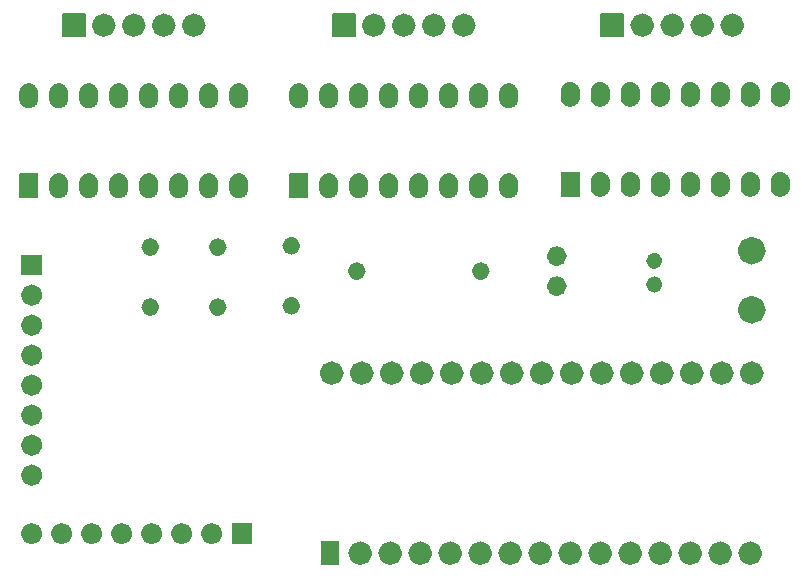
<source format=gbr>
%TF.GenerationSoftware,KiCad,Pcbnew,9.0.0*%
%TF.CreationDate,2025-06-10T00:19:28+03:00*%
%TF.ProjectId,motorControlPCB,6d6f746f-7243-46f6-9e74-726f6c504342,rev?*%
%TF.SameCoordinates,Original*%
%TF.FileFunction,Soldermask,Bot*%
%TF.FilePolarity,Negative*%
%FSLAX46Y46*%
G04 Gerber Fmt 4.6, Leading zero omitted, Abs format (unit mm)*
G04 Created by KiCad (PCBNEW 9.0.0) date 2025-06-10 00:19:28*
%MOMM*%
%LPD*%
G01*
G04 APERTURE LIST*
%ADD10C,0.750800*%
%ADD11C,0.700800*%
%ADD12C,0.000000*%
%ADD13C,1.001600*%
%ADD14C,1.200800*%
%ADD15C,0.900800*%
%ADD16C,0.850800*%
%ADD17C,1.010000*%
G04 APERTURE END LIST*
D10*
X134107400Y-105397980D02*
G75*
G02*
X133356600Y-105397980I-375400J0D01*
G01*
X133356600Y-105397980D02*
G75*
G02*
X134107400Y-105397980I375400J0D01*
G01*
X134107400Y-100317980D02*
G75*
G02*
X133356600Y-100317980I-375400J0D01*
G01*
X133356600Y-100317980D02*
G75*
G02*
X134107400Y-100317980I375400J0D01*
G01*
X140330400Y-105270980D02*
G75*
G02*
X139579600Y-105270980I-375400J0D01*
G01*
X139579600Y-105270980D02*
G75*
G02*
X140330400Y-105270980I375400J0D01*
G01*
X140330400Y-100190980D02*
G75*
G02*
X139579600Y-100190980I-375400J0D01*
G01*
X139579600Y-100190980D02*
G75*
G02*
X140330400Y-100190980I375400J0D01*
G01*
X128392400Y-105397980D02*
G75*
G02*
X127641600Y-105397980I-375400J0D01*
G01*
X127641600Y-105397980D02*
G75*
G02*
X128392400Y-105397980I375400J0D01*
G01*
X128392400Y-100317980D02*
G75*
G02*
X127641600Y-100317980I-375400J0D01*
G01*
X127641600Y-100317980D02*
G75*
G02*
X128392400Y-100317980I375400J0D01*
G01*
D11*
X171039400Y-103476980D02*
G75*
G02*
X170338600Y-103476980I-350400J0D01*
G01*
X170338600Y-103476980D02*
G75*
G02*
X171039400Y-103476980I350400J0D01*
G01*
X171039400Y-101476990D02*
G75*
G02*
X170338600Y-101476990I-350400J0D01*
G01*
X170338600Y-101476990D02*
G75*
G02*
X171039400Y-101476990I350400J0D01*
G01*
D12*
G36*
X145401600Y-80579880D02*
G01*
X145401600Y-82464080D01*
X145342100Y-82523580D01*
X143457900Y-82523580D01*
X143398400Y-82464080D01*
X143398400Y-80579880D01*
X143457900Y-80520380D01*
X145342100Y-80520380D01*
X145401600Y-80579880D01*
G37*
D13*
X147440800Y-81521980D02*
G75*
G02*
X146439200Y-81521980I-500800J0D01*
G01*
X146439200Y-81521980D02*
G75*
G02*
X147440800Y-81521980I500800J0D01*
G01*
X149980800Y-81521980D02*
G75*
G02*
X148979200Y-81521980I-500800J0D01*
G01*
X148979200Y-81521980D02*
G75*
G02*
X149980800Y-81521980I500800J0D01*
G01*
X152520800Y-81521980D02*
G75*
G02*
X151519200Y-81521980I-500800J0D01*
G01*
X151519200Y-81521980D02*
G75*
G02*
X152520800Y-81521980I500800J0D01*
G01*
X155060800Y-81521980D02*
G75*
G02*
X154059200Y-81521980I-500800J0D01*
G01*
X154059200Y-81521980D02*
G75*
G02*
X155060800Y-81521980I500800J0D01*
G01*
D12*
G36*
X168134600Y-80579880D02*
G01*
X168134600Y-82464080D01*
X168075100Y-82523580D01*
X166190900Y-82523580D01*
X166131400Y-82464080D01*
X166131400Y-80579880D01*
X166190900Y-80520380D01*
X168075100Y-80520380D01*
X168134600Y-80579880D01*
G37*
D13*
X170173800Y-81521980D02*
G75*
G02*
X169172200Y-81521980I-500800J0D01*
G01*
X169172200Y-81521980D02*
G75*
G02*
X170173800Y-81521980I500800J0D01*
G01*
X172713800Y-81521980D02*
G75*
G02*
X171712200Y-81521980I-500800J0D01*
G01*
X171712200Y-81521980D02*
G75*
G02*
X172713800Y-81521980I500800J0D01*
G01*
X175253800Y-81521980D02*
G75*
G02*
X174252200Y-81521980I-500800J0D01*
G01*
X174252200Y-81521980D02*
G75*
G02*
X175253800Y-81521980I500800J0D01*
G01*
X177793800Y-81521980D02*
G75*
G02*
X176792200Y-81521980I-500800J0D01*
G01*
X176792200Y-81521980D02*
G75*
G02*
X177793800Y-81521980I500800J0D01*
G01*
D12*
G36*
X122541600Y-80579880D02*
G01*
X122541600Y-82464080D01*
X122482100Y-82523580D01*
X120597900Y-82523580D01*
X120538400Y-82464080D01*
X120538400Y-80579880D01*
X120597900Y-80520380D01*
X122482100Y-80520380D01*
X122541600Y-80579880D01*
G37*
D13*
X124580800Y-81521980D02*
G75*
G02*
X123579200Y-81521980I-500800J0D01*
G01*
X123579200Y-81521980D02*
G75*
G02*
X124580800Y-81521980I500800J0D01*
G01*
X127120800Y-81521980D02*
G75*
G02*
X126119200Y-81521980I-500800J0D01*
G01*
X126119200Y-81521980D02*
G75*
G02*
X127120800Y-81521980I500800J0D01*
G01*
X129660800Y-81521980D02*
G75*
G02*
X128659200Y-81521980I-500800J0D01*
G01*
X128659200Y-81521980D02*
G75*
G02*
X129660800Y-81521980I500800J0D01*
G01*
X132200800Y-81521980D02*
G75*
G02*
X131199200Y-81521980I-500800J0D01*
G01*
X131199200Y-81521980D02*
G75*
G02*
X132200800Y-81521980I500800J0D01*
G01*
D14*
X179544400Y-105611980D02*
G75*
G02*
X178343600Y-105611980I-600400J0D01*
G01*
X178343600Y-105611980D02*
G75*
G02*
X179544400Y-105611980I600400J0D01*
G01*
X179544400Y-100611990D02*
G75*
G02*
X178343600Y-100611990I-600400J0D01*
G01*
X178343600Y-100611990D02*
G75*
G02*
X179544400Y-100611990I600400J0D01*
G01*
D15*
X118434400Y-119621980D02*
G75*
G02*
X117533600Y-119621980I-450400J0D01*
G01*
X117533600Y-119621980D02*
G75*
G02*
X118434400Y-119621980I450400J0D01*
G01*
X118434400Y-117081980D02*
G75*
G02*
X117533600Y-117081980I-450400J0D01*
G01*
X117533600Y-117081980D02*
G75*
G02*
X118434400Y-117081980I450400J0D01*
G01*
X118434400Y-114541980D02*
G75*
G02*
X117533600Y-114541980I-450400J0D01*
G01*
X117533600Y-114541980D02*
G75*
G02*
X118434400Y-114541980I450400J0D01*
G01*
X118434400Y-112001980D02*
G75*
G02*
X117533600Y-112001980I-450400J0D01*
G01*
X117533600Y-112001980D02*
G75*
G02*
X118434400Y-112001980I450400J0D01*
G01*
X118434400Y-109461980D02*
G75*
G02*
X117533600Y-109461980I-450400J0D01*
G01*
X117533600Y-109461980D02*
G75*
G02*
X118434400Y-109461980I450400J0D01*
G01*
X118434400Y-106921980D02*
G75*
G02*
X117533600Y-106921980I-450400J0D01*
G01*
X117533600Y-106921980D02*
G75*
G02*
X118434400Y-106921980I450400J0D01*
G01*
X118434400Y-104381980D02*
G75*
G02*
X117533600Y-104381980I-450400J0D01*
G01*
X117533600Y-104381980D02*
G75*
G02*
X118434400Y-104381980I450400J0D01*
G01*
D12*
G36*
X118884800Y-101033480D02*
G01*
X118884800Y-102650380D01*
X118855000Y-102680180D01*
X117112900Y-102680180D01*
X117083200Y-102650380D01*
X117083200Y-101033480D01*
X117112900Y-101003780D01*
X118855000Y-101003780D01*
X118884800Y-101033480D01*
G37*
D15*
X118434400Y-124574980D02*
G75*
G02*
X117533600Y-124574980I-450400J0D01*
G01*
X117533600Y-124574980D02*
G75*
G02*
X118434400Y-124574980I450400J0D01*
G01*
X120974400Y-124574980D02*
G75*
G02*
X120073600Y-124574980I-450400J0D01*
G01*
X120073600Y-124574980D02*
G75*
G02*
X120974400Y-124574980I450400J0D01*
G01*
X123514400Y-124574980D02*
G75*
G02*
X122613600Y-124574980I-450400J0D01*
G01*
X122613600Y-124574980D02*
G75*
G02*
X123514400Y-124574980I450400J0D01*
G01*
X126054400Y-124574980D02*
G75*
G02*
X125153600Y-124574980I-450400J0D01*
G01*
X125153600Y-124574980D02*
G75*
G02*
X126054400Y-124574980I450400J0D01*
G01*
X128594400Y-124574980D02*
G75*
G02*
X127693600Y-124574980I-450400J0D01*
G01*
X127693600Y-124574980D02*
G75*
G02*
X128594400Y-124574980I450400J0D01*
G01*
X131134400Y-124574980D02*
G75*
G02*
X130233600Y-124574980I-450400J0D01*
G01*
X130233600Y-124574980D02*
G75*
G02*
X131134400Y-124574980I450400J0D01*
G01*
X133674400Y-124574980D02*
G75*
G02*
X132773600Y-124574980I-450400J0D01*
G01*
X132773600Y-124574980D02*
G75*
G02*
X133674400Y-124574980I450400J0D01*
G01*
D12*
G36*
X136602200Y-123703880D02*
G01*
X136602200Y-125445980D01*
X136572400Y-125475780D01*
X134955500Y-125475780D01*
X134925800Y-125445980D01*
X134925800Y-123703880D01*
X134955500Y-123674180D01*
X136572400Y-123674180D01*
X136602200Y-123703880D01*
G37*
D16*
X162859400Y-103619980D02*
G75*
G02*
X162008600Y-103619980I-425400J0D01*
G01*
X162008600Y-103619980D02*
G75*
G02*
X162859400Y-103619980I425400J0D01*
G01*
X162859400Y-101079980D02*
G75*
G02*
X162008600Y-101079980I-425400J0D01*
G01*
X162008600Y-101079980D02*
G75*
G02*
X162859400Y-101079980I425400J0D01*
G01*
D10*
X145875470Y-102349980D02*
G75*
G02*
X145124670Y-102349980I-375400J0D01*
G01*
X145124670Y-102349980D02*
G75*
G02*
X145875470Y-102349980I375400J0D01*
G01*
X156375320Y-102349980D02*
G75*
G02*
X155624520Y-102349980I-375400J0D01*
G01*
X155624520Y-102349980D02*
G75*
G02*
X156375320Y-102349980I375400J0D01*
G01*
D17*
X161542000Y-126231060D02*
G75*
G02*
X160532000Y-126231060I-505000J0D01*
G01*
X160532000Y-126231060D02*
G75*
G02*
X161542000Y-126231060I505000J0D01*
G01*
X164082000Y-126231060D02*
G75*
G02*
X163072000Y-126231060I-505000J0D01*
G01*
X163072000Y-126231060D02*
G75*
G02*
X164082000Y-126231060I505000J0D01*
G01*
X166622000Y-126231060D02*
G75*
G02*
X165612000Y-126231060I-505000J0D01*
G01*
X165612000Y-126231060D02*
G75*
G02*
X166622000Y-126231060I505000J0D01*
G01*
X169162000Y-126231060D02*
G75*
G02*
X168152000Y-126231060I-505000J0D01*
G01*
X168152000Y-126231060D02*
G75*
G02*
X169162000Y-126231060I505000J0D01*
G01*
X171702000Y-126231060D02*
G75*
G02*
X170692000Y-126231060I-505000J0D01*
G01*
X170692000Y-126231060D02*
G75*
G02*
X171702000Y-126231060I505000J0D01*
G01*
X174242000Y-126231060D02*
G75*
G02*
X173232000Y-126231060I-505000J0D01*
G01*
X173232000Y-126231060D02*
G75*
G02*
X174242000Y-126231060I505000J0D01*
G01*
X176782000Y-126231060D02*
G75*
G02*
X175772000Y-126231060I-505000J0D01*
G01*
X175772000Y-126231060D02*
G75*
G02*
X176782000Y-126231060I505000J0D01*
G01*
X179322000Y-126231060D02*
G75*
G02*
X178312000Y-126231060I-505000J0D01*
G01*
X178312000Y-126231060D02*
G75*
G02*
X179322000Y-126231060I505000J0D01*
G01*
X159002000Y-126231060D02*
G75*
G02*
X157992000Y-126231060I-505000J0D01*
G01*
X157992000Y-126231060D02*
G75*
G02*
X159002000Y-126231060I505000J0D01*
G01*
X156462000Y-126231060D02*
G75*
G02*
X155452000Y-126231060I-505000J0D01*
G01*
X155452000Y-126231060D02*
G75*
G02*
X156462000Y-126231060I505000J0D01*
G01*
X153922000Y-126231060D02*
G75*
G02*
X152912000Y-126231060I-505000J0D01*
G01*
X152912000Y-126231060D02*
G75*
G02*
X153922000Y-126231060I505000J0D01*
G01*
X151382000Y-126231060D02*
G75*
G02*
X150372000Y-126231060I-505000J0D01*
G01*
X150372000Y-126231060D02*
G75*
G02*
X151382000Y-126231060I505000J0D01*
G01*
X148842000Y-126231060D02*
G75*
G02*
X147832000Y-126231060I-505000J0D01*
G01*
X147832000Y-126231060D02*
G75*
G02*
X148842000Y-126231060I505000J0D01*
G01*
X146302000Y-126231060D02*
G75*
G02*
X145292000Y-126231060I-505000J0D01*
G01*
X145292000Y-126231060D02*
G75*
G02*
X146302000Y-126231060I505000J0D01*
G01*
D12*
G36*
X144029000Y-125226860D02*
G01*
X144029000Y-127235160D01*
X144023100Y-127241060D01*
X142490800Y-127241060D01*
X142485000Y-127235160D01*
X142485000Y-125226860D01*
X142490800Y-125221060D01*
X144023100Y-125221060D01*
X144029000Y-125226860D01*
G37*
D17*
X143889000Y-110980910D02*
G75*
G02*
X142879000Y-110980910I-505000J0D01*
G01*
X142879000Y-110980910D02*
G75*
G02*
X143889000Y-110980910I505000J0D01*
G01*
X146429000Y-110980910D02*
G75*
G02*
X145419000Y-110980910I-505000J0D01*
G01*
X145419000Y-110980910D02*
G75*
G02*
X146429000Y-110980910I505000J0D01*
G01*
X148969000Y-110980910D02*
G75*
G02*
X147959000Y-110980910I-505000J0D01*
G01*
X147959000Y-110980910D02*
G75*
G02*
X148969000Y-110980910I505000J0D01*
G01*
X151509000Y-110980910D02*
G75*
G02*
X150499000Y-110980910I-505000J0D01*
G01*
X150499000Y-110980910D02*
G75*
G02*
X151509000Y-110980910I505000J0D01*
G01*
X154049000Y-110980910D02*
G75*
G02*
X153039000Y-110980910I-505000J0D01*
G01*
X153039000Y-110980910D02*
G75*
G02*
X154049000Y-110980910I505000J0D01*
G01*
X156589000Y-110980910D02*
G75*
G02*
X155579000Y-110980910I-505000J0D01*
G01*
X155579000Y-110980910D02*
G75*
G02*
X156589000Y-110980910I505000J0D01*
G01*
X159129000Y-110980910D02*
G75*
G02*
X158119000Y-110980910I-505000J0D01*
G01*
X158119000Y-110980910D02*
G75*
G02*
X159129000Y-110980910I505000J0D01*
G01*
X179449000Y-110980910D02*
G75*
G02*
X178439000Y-110980910I-505000J0D01*
G01*
X178439000Y-110980910D02*
G75*
G02*
X179449000Y-110980910I505000J0D01*
G01*
X176909000Y-110980910D02*
G75*
G02*
X175899000Y-110980910I-505000J0D01*
G01*
X175899000Y-110980910D02*
G75*
G02*
X176909000Y-110980910I505000J0D01*
G01*
X174369000Y-110980910D02*
G75*
G02*
X173359000Y-110980910I-505000J0D01*
G01*
X173359000Y-110980910D02*
G75*
G02*
X174369000Y-110980910I505000J0D01*
G01*
X171829000Y-110980910D02*
G75*
G02*
X170819000Y-110980910I-505000J0D01*
G01*
X170819000Y-110980910D02*
G75*
G02*
X171829000Y-110980910I505000J0D01*
G01*
X169289000Y-110980910D02*
G75*
G02*
X168279000Y-110980910I-505000J0D01*
G01*
X168279000Y-110980910D02*
G75*
G02*
X169289000Y-110980910I505000J0D01*
G01*
X166749000Y-110980910D02*
G75*
G02*
X165739000Y-110980910I-505000J0D01*
G01*
X165739000Y-110980910D02*
G75*
G02*
X166749000Y-110980910I505000J0D01*
G01*
X164209000Y-110980910D02*
G75*
G02*
X163199000Y-110980910I-505000J0D01*
G01*
X163199000Y-110980910D02*
G75*
G02*
X164209000Y-110980910I505000J0D01*
G01*
X161669000Y-110980910D02*
G75*
G02*
X160659000Y-110980910I-505000J0D01*
G01*
X160659000Y-110980910D02*
G75*
G02*
X161669000Y-110980910I505000J0D01*
G01*
D12*
G36*
X158448490Y-86444040D02*
G01*
X158526230Y-86455570D01*
X158602460Y-86474660D01*
X158676450Y-86501140D01*
X158747490Y-86534740D01*
X158814900Y-86575140D01*
X158878020Y-86621950D01*
X158936250Y-86674730D01*
X158989030Y-86732960D01*
X159035840Y-86796080D01*
X159076240Y-86863490D01*
X159109840Y-86934530D01*
X159136320Y-87008520D01*
X159155410Y-87084750D01*
X159166940Y-87162490D01*
X159170800Y-87240980D01*
X159170800Y-87490980D01*
X159170800Y-87740980D01*
X159166940Y-87819470D01*
X159155410Y-87897210D01*
X159136320Y-87973440D01*
X159109840Y-88047430D01*
X159076240Y-88118470D01*
X159035840Y-88185880D01*
X158989030Y-88249000D01*
X158936250Y-88307230D01*
X158878020Y-88360010D01*
X158814900Y-88406820D01*
X158747490Y-88447220D01*
X158676450Y-88480820D01*
X158602460Y-88507300D01*
X158526230Y-88526390D01*
X158448490Y-88537920D01*
X158370000Y-88541780D01*
X158291510Y-88537920D01*
X158213770Y-88526390D01*
X158137540Y-88507300D01*
X158063550Y-88480820D01*
X157992510Y-88447220D01*
X157925100Y-88406820D01*
X157861980Y-88360010D01*
X157803750Y-88307230D01*
X157750970Y-88249000D01*
X157704160Y-88185880D01*
X157663760Y-88118470D01*
X157630160Y-88047430D01*
X157603680Y-87973440D01*
X157584590Y-87897210D01*
X157573060Y-87819470D01*
X157569200Y-87740980D01*
X157569200Y-87240980D01*
X157573060Y-87162490D01*
X157584590Y-87084750D01*
X157603680Y-87008520D01*
X157630160Y-86934530D01*
X157663760Y-86863490D01*
X157704160Y-86796080D01*
X157750970Y-86732960D01*
X157803750Y-86674730D01*
X157861980Y-86621950D01*
X157925100Y-86575140D01*
X157992510Y-86534740D01*
X158063550Y-86501140D01*
X158137540Y-86474660D01*
X158213770Y-86455570D01*
X158291510Y-86444040D01*
X158370000Y-86440180D01*
X158448490Y-86444040D01*
G37*
G36*
X155908490Y-86444040D02*
G01*
X155986230Y-86455570D01*
X156062460Y-86474660D01*
X156136450Y-86501140D01*
X156207490Y-86534740D01*
X156274900Y-86575140D01*
X156338020Y-86621950D01*
X156396250Y-86674730D01*
X156449030Y-86732960D01*
X156495840Y-86796080D01*
X156536240Y-86863490D01*
X156569840Y-86934530D01*
X156596320Y-87008520D01*
X156615410Y-87084750D01*
X156626940Y-87162490D01*
X156630800Y-87240980D01*
X156630800Y-87490980D01*
X156630800Y-87740980D01*
X156626940Y-87819470D01*
X156615410Y-87897210D01*
X156596320Y-87973440D01*
X156569840Y-88047430D01*
X156536240Y-88118470D01*
X156495840Y-88185880D01*
X156449030Y-88249000D01*
X156396250Y-88307230D01*
X156338020Y-88360010D01*
X156274900Y-88406820D01*
X156207490Y-88447220D01*
X156136450Y-88480820D01*
X156062460Y-88507300D01*
X155986230Y-88526390D01*
X155908490Y-88537920D01*
X155830000Y-88541780D01*
X155751510Y-88537920D01*
X155673770Y-88526390D01*
X155597540Y-88507300D01*
X155523550Y-88480820D01*
X155452510Y-88447220D01*
X155385100Y-88406820D01*
X155321980Y-88360010D01*
X155263750Y-88307230D01*
X155210970Y-88249000D01*
X155164160Y-88185880D01*
X155123760Y-88118470D01*
X155090160Y-88047430D01*
X155063680Y-87973440D01*
X155044590Y-87897210D01*
X155033060Y-87819470D01*
X155029200Y-87740980D01*
X155029200Y-87240980D01*
X155033060Y-87162490D01*
X155044590Y-87084750D01*
X155063680Y-87008520D01*
X155090160Y-86934530D01*
X155123760Y-86863490D01*
X155164160Y-86796080D01*
X155210970Y-86732960D01*
X155263750Y-86674730D01*
X155321980Y-86621950D01*
X155385100Y-86575140D01*
X155452510Y-86534740D01*
X155523550Y-86501140D01*
X155597540Y-86474660D01*
X155673770Y-86455570D01*
X155751510Y-86444040D01*
X155830000Y-86440180D01*
X155908490Y-86444040D01*
G37*
G36*
X153368490Y-86444040D02*
G01*
X153446230Y-86455570D01*
X153522460Y-86474660D01*
X153596450Y-86501140D01*
X153667490Y-86534740D01*
X153734900Y-86575140D01*
X153798020Y-86621950D01*
X153856250Y-86674730D01*
X153909030Y-86732960D01*
X153955840Y-86796080D01*
X153996240Y-86863490D01*
X154029840Y-86934530D01*
X154056320Y-87008520D01*
X154075410Y-87084750D01*
X154086940Y-87162490D01*
X154090800Y-87240980D01*
X154090800Y-87490980D01*
X154090800Y-87740980D01*
X154086940Y-87819470D01*
X154075410Y-87897210D01*
X154056320Y-87973440D01*
X154029840Y-88047430D01*
X153996240Y-88118470D01*
X153955840Y-88185880D01*
X153909030Y-88249000D01*
X153856250Y-88307230D01*
X153798020Y-88360010D01*
X153734900Y-88406820D01*
X153667490Y-88447220D01*
X153596450Y-88480820D01*
X153522460Y-88507300D01*
X153446230Y-88526390D01*
X153368490Y-88537920D01*
X153290000Y-88541780D01*
X153211510Y-88537920D01*
X153133770Y-88526390D01*
X153057540Y-88507300D01*
X152983550Y-88480820D01*
X152912510Y-88447220D01*
X152845100Y-88406820D01*
X152781980Y-88360010D01*
X152723750Y-88307230D01*
X152670970Y-88249000D01*
X152624160Y-88185880D01*
X152583760Y-88118470D01*
X152550160Y-88047430D01*
X152523680Y-87973440D01*
X152504590Y-87897210D01*
X152493060Y-87819470D01*
X152489200Y-87740980D01*
X152489200Y-87240980D01*
X152493060Y-87162490D01*
X152504590Y-87084750D01*
X152523680Y-87008520D01*
X152550160Y-86934530D01*
X152583760Y-86863490D01*
X152624160Y-86796080D01*
X152670970Y-86732960D01*
X152723750Y-86674730D01*
X152781980Y-86621950D01*
X152845100Y-86575140D01*
X152912510Y-86534740D01*
X152983550Y-86501140D01*
X153057540Y-86474660D01*
X153133770Y-86455570D01*
X153211510Y-86444040D01*
X153290000Y-86440180D01*
X153368490Y-86444040D01*
G37*
G36*
X150828490Y-86444040D02*
G01*
X150906230Y-86455570D01*
X150982460Y-86474660D01*
X151056450Y-86501140D01*
X151127490Y-86534740D01*
X151194900Y-86575140D01*
X151258020Y-86621950D01*
X151316250Y-86674730D01*
X151369030Y-86732960D01*
X151415840Y-86796080D01*
X151456240Y-86863490D01*
X151489840Y-86934530D01*
X151516320Y-87008520D01*
X151535410Y-87084750D01*
X151546940Y-87162490D01*
X151550800Y-87240980D01*
X151550800Y-87490980D01*
X151550800Y-87740980D01*
X151546940Y-87819470D01*
X151535410Y-87897210D01*
X151516320Y-87973440D01*
X151489840Y-88047430D01*
X151456240Y-88118470D01*
X151415840Y-88185880D01*
X151369030Y-88249000D01*
X151316250Y-88307230D01*
X151258020Y-88360010D01*
X151194900Y-88406820D01*
X151127490Y-88447220D01*
X151056450Y-88480820D01*
X150982460Y-88507300D01*
X150906230Y-88526390D01*
X150828490Y-88537920D01*
X150750000Y-88541780D01*
X150671510Y-88537920D01*
X150593770Y-88526390D01*
X150517540Y-88507300D01*
X150443550Y-88480820D01*
X150372510Y-88447220D01*
X150305100Y-88406820D01*
X150241980Y-88360010D01*
X150183750Y-88307230D01*
X150130970Y-88249000D01*
X150084160Y-88185880D01*
X150043760Y-88118470D01*
X150010160Y-88047430D01*
X149983680Y-87973440D01*
X149964590Y-87897210D01*
X149953060Y-87819470D01*
X149949200Y-87740980D01*
X149949200Y-87240980D01*
X149953060Y-87162490D01*
X149964590Y-87084750D01*
X149983680Y-87008520D01*
X150010160Y-86934530D01*
X150043760Y-86863490D01*
X150084160Y-86796080D01*
X150130970Y-86732960D01*
X150183750Y-86674730D01*
X150241980Y-86621950D01*
X150305100Y-86575140D01*
X150372510Y-86534740D01*
X150443550Y-86501140D01*
X150517540Y-86474660D01*
X150593770Y-86455570D01*
X150671510Y-86444040D01*
X150750000Y-86440180D01*
X150828490Y-86444040D01*
G37*
G36*
X148288490Y-86444040D02*
G01*
X148366230Y-86455570D01*
X148442460Y-86474660D01*
X148516450Y-86501140D01*
X148587490Y-86534740D01*
X148654900Y-86575140D01*
X148718020Y-86621950D01*
X148776250Y-86674730D01*
X148829030Y-86732960D01*
X148875840Y-86796080D01*
X148916240Y-86863490D01*
X148949840Y-86934530D01*
X148976320Y-87008520D01*
X148995410Y-87084750D01*
X149006940Y-87162490D01*
X149010800Y-87240980D01*
X149010800Y-87490980D01*
X149010800Y-87740980D01*
X149006940Y-87819470D01*
X148995410Y-87897210D01*
X148976320Y-87973440D01*
X148949840Y-88047430D01*
X148916240Y-88118470D01*
X148875840Y-88185880D01*
X148829030Y-88249000D01*
X148776250Y-88307230D01*
X148718020Y-88360010D01*
X148654900Y-88406820D01*
X148587490Y-88447220D01*
X148516450Y-88480820D01*
X148442460Y-88507300D01*
X148366230Y-88526390D01*
X148288490Y-88537920D01*
X148210000Y-88541780D01*
X148131510Y-88537920D01*
X148053770Y-88526390D01*
X147977540Y-88507300D01*
X147903550Y-88480820D01*
X147832510Y-88447220D01*
X147765100Y-88406820D01*
X147701980Y-88360010D01*
X147643750Y-88307230D01*
X147590970Y-88249000D01*
X147544160Y-88185880D01*
X147503760Y-88118470D01*
X147470160Y-88047430D01*
X147443680Y-87973440D01*
X147424590Y-87897210D01*
X147413060Y-87819470D01*
X147409200Y-87740980D01*
X147409200Y-87240980D01*
X147413060Y-87162490D01*
X147424590Y-87084750D01*
X147443680Y-87008520D01*
X147470160Y-86934530D01*
X147503760Y-86863490D01*
X147544160Y-86796080D01*
X147590970Y-86732960D01*
X147643750Y-86674730D01*
X147701980Y-86621950D01*
X147765100Y-86575140D01*
X147832510Y-86534740D01*
X147903550Y-86501140D01*
X147977540Y-86474660D01*
X148053770Y-86455570D01*
X148131510Y-86444040D01*
X148210000Y-86440180D01*
X148288490Y-86444040D01*
G37*
G36*
X145748490Y-86444040D02*
G01*
X145826230Y-86455570D01*
X145902460Y-86474660D01*
X145976450Y-86501140D01*
X146047490Y-86534740D01*
X146114900Y-86575140D01*
X146178020Y-86621950D01*
X146236250Y-86674730D01*
X146289030Y-86732960D01*
X146335840Y-86796080D01*
X146376240Y-86863490D01*
X146409840Y-86934530D01*
X146436320Y-87008520D01*
X146455410Y-87084750D01*
X146466940Y-87162490D01*
X146470800Y-87240980D01*
X146470800Y-87490980D01*
X146470800Y-87740980D01*
X146466940Y-87819470D01*
X146455410Y-87897210D01*
X146436320Y-87973440D01*
X146409840Y-88047430D01*
X146376240Y-88118470D01*
X146335840Y-88185880D01*
X146289030Y-88249000D01*
X146236250Y-88307230D01*
X146178020Y-88360010D01*
X146114900Y-88406820D01*
X146047490Y-88447220D01*
X145976450Y-88480820D01*
X145902460Y-88507300D01*
X145826230Y-88526390D01*
X145748490Y-88537920D01*
X145670000Y-88541780D01*
X145591510Y-88537920D01*
X145513770Y-88526390D01*
X145437540Y-88507300D01*
X145363550Y-88480820D01*
X145292510Y-88447220D01*
X145225100Y-88406820D01*
X145161980Y-88360010D01*
X145103750Y-88307230D01*
X145050970Y-88249000D01*
X145004160Y-88185880D01*
X144963760Y-88118470D01*
X144930160Y-88047430D01*
X144903680Y-87973440D01*
X144884590Y-87897210D01*
X144873060Y-87819470D01*
X144869200Y-87740980D01*
X144869200Y-87240980D01*
X144873060Y-87162490D01*
X144884590Y-87084750D01*
X144903680Y-87008520D01*
X144930160Y-86934530D01*
X144963760Y-86863490D01*
X145004160Y-86796080D01*
X145050970Y-86732960D01*
X145103750Y-86674730D01*
X145161980Y-86621950D01*
X145225100Y-86575140D01*
X145292510Y-86534740D01*
X145363550Y-86501140D01*
X145437540Y-86474660D01*
X145513770Y-86455570D01*
X145591510Y-86444040D01*
X145670000Y-86440180D01*
X145748490Y-86444040D01*
G37*
G36*
X143208490Y-86444040D02*
G01*
X143286230Y-86455570D01*
X143362460Y-86474660D01*
X143436450Y-86501140D01*
X143507490Y-86534740D01*
X143574900Y-86575140D01*
X143638020Y-86621950D01*
X143696250Y-86674730D01*
X143749030Y-86732960D01*
X143795840Y-86796080D01*
X143836240Y-86863490D01*
X143869840Y-86934530D01*
X143896320Y-87008520D01*
X143915410Y-87084750D01*
X143926940Y-87162490D01*
X143930800Y-87240980D01*
X143930800Y-87490980D01*
X143930800Y-87740980D01*
X143926940Y-87819470D01*
X143915410Y-87897210D01*
X143896320Y-87973440D01*
X143869840Y-88047430D01*
X143836240Y-88118470D01*
X143795840Y-88185880D01*
X143749030Y-88249000D01*
X143696250Y-88307230D01*
X143638020Y-88360010D01*
X143574900Y-88406820D01*
X143507490Y-88447220D01*
X143436450Y-88480820D01*
X143362460Y-88507300D01*
X143286230Y-88526390D01*
X143208490Y-88537920D01*
X143130000Y-88541780D01*
X143051510Y-88537920D01*
X142973770Y-88526390D01*
X142897540Y-88507300D01*
X142823550Y-88480820D01*
X142752510Y-88447220D01*
X142685100Y-88406820D01*
X142621980Y-88360010D01*
X142563750Y-88307230D01*
X142510970Y-88249000D01*
X142464160Y-88185880D01*
X142423760Y-88118470D01*
X142390160Y-88047430D01*
X142363680Y-87973440D01*
X142344590Y-87897210D01*
X142333060Y-87819470D01*
X142329200Y-87740980D01*
X142329200Y-87240980D01*
X142333060Y-87162490D01*
X142344590Y-87084750D01*
X142363680Y-87008520D01*
X142390160Y-86934530D01*
X142423760Y-86863490D01*
X142464160Y-86796080D01*
X142510970Y-86732960D01*
X142563750Y-86674730D01*
X142621980Y-86621950D01*
X142685100Y-86575140D01*
X142752510Y-86534740D01*
X142823550Y-86501140D01*
X142897540Y-86474660D01*
X142973770Y-86455570D01*
X143051510Y-86444040D01*
X143130000Y-86440180D01*
X143208490Y-86444040D01*
G37*
G36*
X140668490Y-86444040D02*
G01*
X140746230Y-86455570D01*
X140822460Y-86474660D01*
X140896450Y-86501140D01*
X140967490Y-86534740D01*
X141034900Y-86575140D01*
X141098020Y-86621950D01*
X141156250Y-86674730D01*
X141209030Y-86732960D01*
X141255840Y-86796080D01*
X141296240Y-86863490D01*
X141329840Y-86934530D01*
X141356320Y-87008520D01*
X141375410Y-87084750D01*
X141386940Y-87162490D01*
X141390800Y-87240980D01*
X141390800Y-87490980D01*
X141390800Y-87740980D01*
X141386940Y-87819470D01*
X141375410Y-87897210D01*
X141356320Y-87973440D01*
X141329840Y-88047430D01*
X141296240Y-88118470D01*
X141255840Y-88185880D01*
X141209030Y-88249000D01*
X141156250Y-88307230D01*
X141098020Y-88360010D01*
X141034900Y-88406820D01*
X140967490Y-88447220D01*
X140896450Y-88480820D01*
X140822460Y-88507300D01*
X140746230Y-88526390D01*
X140668490Y-88537920D01*
X140590000Y-88541780D01*
X140511510Y-88537920D01*
X140433770Y-88526390D01*
X140357540Y-88507300D01*
X140283550Y-88480820D01*
X140212510Y-88447220D01*
X140145100Y-88406820D01*
X140081980Y-88360010D01*
X140023750Y-88307230D01*
X139970970Y-88249000D01*
X139924160Y-88185880D01*
X139883760Y-88118470D01*
X139850160Y-88047430D01*
X139823680Y-87973440D01*
X139804590Y-87897210D01*
X139793060Y-87819470D01*
X139789200Y-87740980D01*
X139789200Y-87240980D01*
X139793060Y-87162490D01*
X139804590Y-87084750D01*
X139823680Y-87008520D01*
X139850160Y-86934530D01*
X139883760Y-86863490D01*
X139924160Y-86796080D01*
X139970970Y-86732960D01*
X140023750Y-86674730D01*
X140081980Y-86621950D01*
X140145100Y-86575140D01*
X140212510Y-86534740D01*
X140283550Y-86501140D01*
X140357540Y-86474660D01*
X140433770Y-86455570D01*
X140511510Y-86444040D01*
X140590000Y-86440180D01*
X140668490Y-86444040D01*
G37*
G36*
X158448490Y-94064040D02*
G01*
X158526230Y-94075570D01*
X158602460Y-94094660D01*
X158676450Y-94121140D01*
X158747490Y-94154740D01*
X158814900Y-94195140D01*
X158878020Y-94241950D01*
X158936250Y-94294730D01*
X158989030Y-94352960D01*
X159035840Y-94416080D01*
X159076240Y-94483490D01*
X159109840Y-94554530D01*
X159136320Y-94628520D01*
X159155410Y-94704750D01*
X159166940Y-94782490D01*
X159170800Y-94860980D01*
X159170800Y-95110980D01*
X159170800Y-95360980D01*
X159166940Y-95439470D01*
X159155410Y-95517210D01*
X159136320Y-95593440D01*
X159109840Y-95667430D01*
X159076240Y-95738470D01*
X159035840Y-95805880D01*
X158989030Y-95869000D01*
X158936250Y-95927230D01*
X158878020Y-95980010D01*
X158814900Y-96026820D01*
X158747490Y-96067220D01*
X158676450Y-96100820D01*
X158602460Y-96127300D01*
X158526230Y-96146390D01*
X158448490Y-96157920D01*
X158370000Y-96161780D01*
X158291510Y-96157920D01*
X158213770Y-96146390D01*
X158137540Y-96127300D01*
X158063550Y-96100820D01*
X157992510Y-96067220D01*
X157925100Y-96026820D01*
X157861980Y-95980010D01*
X157803750Y-95927230D01*
X157750970Y-95869000D01*
X157704160Y-95805880D01*
X157663760Y-95738470D01*
X157630160Y-95667430D01*
X157603680Y-95593440D01*
X157584590Y-95517210D01*
X157573060Y-95439470D01*
X157569200Y-95360980D01*
X157569200Y-94860980D01*
X157573060Y-94782490D01*
X157584590Y-94704750D01*
X157603680Y-94628520D01*
X157630160Y-94554530D01*
X157663760Y-94483490D01*
X157704160Y-94416080D01*
X157750970Y-94352960D01*
X157803750Y-94294730D01*
X157861980Y-94241950D01*
X157925100Y-94195140D01*
X157992510Y-94154740D01*
X158063550Y-94121140D01*
X158137540Y-94094660D01*
X158213770Y-94075570D01*
X158291510Y-94064040D01*
X158370000Y-94060180D01*
X158448490Y-94064040D01*
G37*
G36*
X155908490Y-94064040D02*
G01*
X155986230Y-94075570D01*
X156062460Y-94094660D01*
X156136450Y-94121140D01*
X156207490Y-94154740D01*
X156274900Y-94195140D01*
X156338020Y-94241950D01*
X156396250Y-94294730D01*
X156449030Y-94352960D01*
X156495840Y-94416080D01*
X156536240Y-94483490D01*
X156569840Y-94554530D01*
X156596320Y-94628520D01*
X156615410Y-94704750D01*
X156626940Y-94782490D01*
X156630800Y-94860980D01*
X156630800Y-95110980D01*
X156630800Y-95360980D01*
X156626940Y-95439470D01*
X156615410Y-95517210D01*
X156596320Y-95593440D01*
X156569840Y-95667430D01*
X156536240Y-95738470D01*
X156495840Y-95805880D01*
X156449030Y-95869000D01*
X156396250Y-95927230D01*
X156338020Y-95980010D01*
X156274900Y-96026820D01*
X156207490Y-96067220D01*
X156136450Y-96100820D01*
X156062460Y-96127300D01*
X155986230Y-96146390D01*
X155908490Y-96157920D01*
X155830000Y-96161780D01*
X155751510Y-96157920D01*
X155673770Y-96146390D01*
X155597540Y-96127300D01*
X155523550Y-96100820D01*
X155452510Y-96067220D01*
X155385100Y-96026820D01*
X155321980Y-95980010D01*
X155263750Y-95927230D01*
X155210970Y-95869000D01*
X155164160Y-95805880D01*
X155123760Y-95738470D01*
X155090160Y-95667430D01*
X155063680Y-95593440D01*
X155044590Y-95517210D01*
X155033060Y-95439470D01*
X155029200Y-95360980D01*
X155029200Y-94860980D01*
X155033060Y-94782490D01*
X155044590Y-94704750D01*
X155063680Y-94628520D01*
X155090160Y-94554530D01*
X155123760Y-94483490D01*
X155164160Y-94416080D01*
X155210970Y-94352960D01*
X155263750Y-94294730D01*
X155321980Y-94241950D01*
X155385100Y-94195140D01*
X155452510Y-94154740D01*
X155523550Y-94121140D01*
X155597540Y-94094660D01*
X155673770Y-94075570D01*
X155751510Y-94064040D01*
X155830000Y-94060180D01*
X155908490Y-94064040D01*
G37*
G36*
X153368490Y-94064040D02*
G01*
X153446230Y-94075570D01*
X153522460Y-94094660D01*
X153596450Y-94121140D01*
X153667490Y-94154740D01*
X153734900Y-94195140D01*
X153798020Y-94241950D01*
X153856250Y-94294730D01*
X153909030Y-94352960D01*
X153955840Y-94416080D01*
X153996240Y-94483490D01*
X154029840Y-94554530D01*
X154056320Y-94628520D01*
X154075410Y-94704750D01*
X154086940Y-94782490D01*
X154090800Y-94860980D01*
X154090800Y-95110980D01*
X154090800Y-95360980D01*
X154086940Y-95439470D01*
X154075410Y-95517210D01*
X154056320Y-95593440D01*
X154029840Y-95667430D01*
X153996240Y-95738470D01*
X153955840Y-95805880D01*
X153909030Y-95869000D01*
X153856250Y-95927230D01*
X153798020Y-95980010D01*
X153734900Y-96026820D01*
X153667490Y-96067220D01*
X153596450Y-96100820D01*
X153522460Y-96127300D01*
X153446230Y-96146390D01*
X153368490Y-96157920D01*
X153290000Y-96161780D01*
X153211510Y-96157920D01*
X153133770Y-96146390D01*
X153057540Y-96127300D01*
X152983550Y-96100820D01*
X152912510Y-96067220D01*
X152845100Y-96026820D01*
X152781980Y-95980010D01*
X152723750Y-95927230D01*
X152670970Y-95869000D01*
X152624160Y-95805880D01*
X152583760Y-95738470D01*
X152550160Y-95667430D01*
X152523680Y-95593440D01*
X152504590Y-95517210D01*
X152493060Y-95439470D01*
X152489200Y-95360980D01*
X152489200Y-94860980D01*
X152493060Y-94782490D01*
X152504590Y-94704750D01*
X152523680Y-94628520D01*
X152550160Y-94554530D01*
X152583760Y-94483490D01*
X152624160Y-94416080D01*
X152670970Y-94352960D01*
X152723750Y-94294730D01*
X152781980Y-94241950D01*
X152845100Y-94195140D01*
X152912510Y-94154740D01*
X152983550Y-94121140D01*
X153057540Y-94094660D01*
X153133770Y-94075570D01*
X153211510Y-94064040D01*
X153290000Y-94060180D01*
X153368490Y-94064040D01*
G37*
G36*
X150828490Y-94064040D02*
G01*
X150906230Y-94075570D01*
X150982460Y-94094660D01*
X151056450Y-94121140D01*
X151127490Y-94154740D01*
X151194900Y-94195140D01*
X151258020Y-94241950D01*
X151316250Y-94294730D01*
X151369030Y-94352960D01*
X151415840Y-94416080D01*
X151456240Y-94483490D01*
X151489840Y-94554530D01*
X151516320Y-94628520D01*
X151535410Y-94704750D01*
X151546940Y-94782490D01*
X151550800Y-94860980D01*
X151550800Y-95110980D01*
X151550800Y-95360980D01*
X151546940Y-95439470D01*
X151535410Y-95517210D01*
X151516320Y-95593440D01*
X151489840Y-95667430D01*
X151456240Y-95738470D01*
X151415840Y-95805880D01*
X151369030Y-95869000D01*
X151316250Y-95927230D01*
X151258020Y-95980010D01*
X151194900Y-96026820D01*
X151127490Y-96067220D01*
X151056450Y-96100820D01*
X150982460Y-96127300D01*
X150906230Y-96146390D01*
X150828490Y-96157920D01*
X150750000Y-96161780D01*
X150671510Y-96157920D01*
X150593770Y-96146390D01*
X150517540Y-96127300D01*
X150443550Y-96100820D01*
X150372510Y-96067220D01*
X150305100Y-96026820D01*
X150241980Y-95980010D01*
X150183750Y-95927230D01*
X150130970Y-95869000D01*
X150084160Y-95805880D01*
X150043760Y-95738470D01*
X150010160Y-95667430D01*
X149983680Y-95593440D01*
X149964590Y-95517210D01*
X149953060Y-95439470D01*
X149949200Y-95360980D01*
X149949200Y-94860980D01*
X149953060Y-94782490D01*
X149964590Y-94704750D01*
X149983680Y-94628520D01*
X150010160Y-94554530D01*
X150043760Y-94483490D01*
X150084160Y-94416080D01*
X150130970Y-94352960D01*
X150183750Y-94294730D01*
X150241980Y-94241950D01*
X150305100Y-94195140D01*
X150372510Y-94154740D01*
X150443550Y-94121140D01*
X150517540Y-94094660D01*
X150593770Y-94075570D01*
X150671510Y-94064040D01*
X150750000Y-94060180D01*
X150828490Y-94064040D01*
G37*
G36*
X148288490Y-94064040D02*
G01*
X148366230Y-94075570D01*
X148442460Y-94094660D01*
X148516450Y-94121140D01*
X148587490Y-94154740D01*
X148654900Y-94195140D01*
X148718020Y-94241950D01*
X148776250Y-94294730D01*
X148829030Y-94352960D01*
X148875840Y-94416080D01*
X148916240Y-94483490D01*
X148949840Y-94554530D01*
X148976320Y-94628520D01*
X148995410Y-94704750D01*
X149006940Y-94782490D01*
X149010800Y-94860980D01*
X149010800Y-95110980D01*
X149010800Y-95360980D01*
X149006940Y-95439470D01*
X148995410Y-95517210D01*
X148976320Y-95593440D01*
X148949840Y-95667430D01*
X148916240Y-95738470D01*
X148875840Y-95805880D01*
X148829030Y-95869000D01*
X148776250Y-95927230D01*
X148718020Y-95980010D01*
X148654900Y-96026820D01*
X148587490Y-96067220D01*
X148516450Y-96100820D01*
X148442460Y-96127300D01*
X148366230Y-96146390D01*
X148288490Y-96157920D01*
X148210000Y-96161780D01*
X148131510Y-96157920D01*
X148053770Y-96146390D01*
X147977540Y-96127300D01*
X147903550Y-96100820D01*
X147832510Y-96067220D01*
X147765100Y-96026820D01*
X147701980Y-95980010D01*
X147643750Y-95927230D01*
X147590970Y-95869000D01*
X147544160Y-95805880D01*
X147503760Y-95738470D01*
X147470160Y-95667430D01*
X147443680Y-95593440D01*
X147424590Y-95517210D01*
X147413060Y-95439470D01*
X147409200Y-95360980D01*
X147409200Y-94860980D01*
X147413060Y-94782490D01*
X147424590Y-94704750D01*
X147443680Y-94628520D01*
X147470160Y-94554530D01*
X147503760Y-94483490D01*
X147544160Y-94416080D01*
X147590970Y-94352960D01*
X147643750Y-94294730D01*
X147701980Y-94241950D01*
X147765100Y-94195140D01*
X147832510Y-94154740D01*
X147903550Y-94121140D01*
X147977540Y-94094660D01*
X148053770Y-94075570D01*
X148131510Y-94064040D01*
X148210000Y-94060180D01*
X148288490Y-94064040D01*
G37*
G36*
X145748490Y-94064040D02*
G01*
X145826230Y-94075570D01*
X145902460Y-94094660D01*
X145976450Y-94121140D01*
X146047490Y-94154740D01*
X146114900Y-94195140D01*
X146178020Y-94241950D01*
X146236250Y-94294730D01*
X146289030Y-94352960D01*
X146335840Y-94416080D01*
X146376240Y-94483490D01*
X146409840Y-94554530D01*
X146436320Y-94628520D01*
X146455410Y-94704750D01*
X146466940Y-94782490D01*
X146470800Y-94860980D01*
X146470800Y-95110980D01*
X146470800Y-95360980D01*
X146466940Y-95439470D01*
X146455410Y-95517210D01*
X146436320Y-95593440D01*
X146409840Y-95667430D01*
X146376240Y-95738470D01*
X146335840Y-95805880D01*
X146289030Y-95869000D01*
X146236250Y-95927230D01*
X146178020Y-95980010D01*
X146114900Y-96026820D01*
X146047490Y-96067220D01*
X145976450Y-96100820D01*
X145902460Y-96127300D01*
X145826230Y-96146390D01*
X145748490Y-96157920D01*
X145670000Y-96161780D01*
X145591510Y-96157920D01*
X145513770Y-96146390D01*
X145437540Y-96127300D01*
X145363550Y-96100820D01*
X145292510Y-96067220D01*
X145225100Y-96026820D01*
X145161980Y-95980010D01*
X145103750Y-95927230D01*
X145050970Y-95869000D01*
X145004160Y-95805880D01*
X144963760Y-95738470D01*
X144930160Y-95667430D01*
X144903680Y-95593440D01*
X144884590Y-95517210D01*
X144873060Y-95439470D01*
X144869200Y-95360980D01*
X144869200Y-94860980D01*
X144873060Y-94782490D01*
X144884590Y-94704750D01*
X144903680Y-94628520D01*
X144930160Y-94554530D01*
X144963760Y-94483490D01*
X145004160Y-94416080D01*
X145050970Y-94352960D01*
X145103750Y-94294730D01*
X145161980Y-94241950D01*
X145225100Y-94195140D01*
X145292510Y-94154740D01*
X145363550Y-94121140D01*
X145437540Y-94094660D01*
X145513770Y-94075570D01*
X145591510Y-94064040D01*
X145670000Y-94060180D01*
X145748490Y-94064040D01*
G37*
G36*
X143208490Y-94064040D02*
G01*
X143286230Y-94075570D01*
X143362460Y-94094660D01*
X143436450Y-94121140D01*
X143507490Y-94154740D01*
X143574900Y-94195140D01*
X143638020Y-94241950D01*
X143696250Y-94294730D01*
X143749030Y-94352960D01*
X143795840Y-94416080D01*
X143836240Y-94483490D01*
X143869840Y-94554530D01*
X143896320Y-94628520D01*
X143915410Y-94704750D01*
X143926940Y-94782490D01*
X143930800Y-94860980D01*
X143930800Y-95110980D01*
X143930800Y-95360980D01*
X143926940Y-95439470D01*
X143915410Y-95517210D01*
X143896320Y-95593440D01*
X143869840Y-95667430D01*
X143836240Y-95738470D01*
X143795840Y-95805880D01*
X143749030Y-95869000D01*
X143696250Y-95927230D01*
X143638020Y-95980010D01*
X143574900Y-96026820D01*
X143507490Y-96067220D01*
X143436450Y-96100820D01*
X143362460Y-96127300D01*
X143286230Y-96146390D01*
X143208490Y-96157920D01*
X143130000Y-96161780D01*
X143051510Y-96157920D01*
X142973770Y-96146390D01*
X142897540Y-96127300D01*
X142823550Y-96100820D01*
X142752510Y-96067220D01*
X142685100Y-96026820D01*
X142621980Y-95980010D01*
X142563750Y-95927230D01*
X142510970Y-95869000D01*
X142464160Y-95805880D01*
X142423760Y-95738470D01*
X142390160Y-95667430D01*
X142363680Y-95593440D01*
X142344590Y-95517210D01*
X142333060Y-95439470D01*
X142329200Y-95360980D01*
X142329200Y-94860980D01*
X142333060Y-94782490D01*
X142344590Y-94704750D01*
X142363680Y-94628520D01*
X142390160Y-94554530D01*
X142423760Y-94483490D01*
X142464160Y-94416080D01*
X142510970Y-94352960D01*
X142563750Y-94294730D01*
X142621980Y-94241950D01*
X142685100Y-94195140D01*
X142752510Y-94154740D01*
X142823550Y-94121140D01*
X142897540Y-94094660D01*
X142973770Y-94075570D01*
X143051510Y-94064040D01*
X143130000Y-94060180D01*
X143208490Y-94064040D01*
G37*
G36*
X141390800Y-94089880D02*
G01*
X141390800Y-96131980D01*
X141361000Y-96161780D01*
X139818900Y-96161780D01*
X139789200Y-96131980D01*
X139789200Y-94089880D01*
X139818900Y-94060180D01*
X141361000Y-94060180D01*
X141390800Y-94089880D01*
G37*
G36*
X181435490Y-86317040D02*
G01*
X181513230Y-86328570D01*
X181589460Y-86347660D01*
X181663450Y-86374140D01*
X181734490Y-86407740D01*
X181801900Y-86448140D01*
X181865020Y-86494950D01*
X181923250Y-86547730D01*
X181976030Y-86605960D01*
X182022840Y-86669080D01*
X182063240Y-86736490D01*
X182096840Y-86807530D01*
X182123320Y-86881520D01*
X182142410Y-86957750D01*
X182153940Y-87035490D01*
X182157800Y-87113980D01*
X182157800Y-87363980D01*
X182157800Y-87613980D01*
X182153940Y-87692470D01*
X182142410Y-87770210D01*
X182123320Y-87846440D01*
X182096840Y-87920430D01*
X182063240Y-87991470D01*
X182022840Y-88058880D01*
X181976030Y-88122000D01*
X181923250Y-88180230D01*
X181865020Y-88233010D01*
X181801900Y-88279820D01*
X181734490Y-88320220D01*
X181663450Y-88353820D01*
X181589460Y-88380300D01*
X181513230Y-88399390D01*
X181435490Y-88410920D01*
X181357000Y-88414780D01*
X181278510Y-88410920D01*
X181200770Y-88399390D01*
X181124540Y-88380300D01*
X181050550Y-88353820D01*
X180979510Y-88320220D01*
X180912100Y-88279820D01*
X180848980Y-88233010D01*
X180790750Y-88180230D01*
X180737970Y-88122000D01*
X180691160Y-88058880D01*
X180650760Y-87991470D01*
X180617160Y-87920430D01*
X180590680Y-87846440D01*
X180571590Y-87770210D01*
X180560060Y-87692470D01*
X180556200Y-87613980D01*
X180556200Y-87113980D01*
X180560060Y-87035490D01*
X180571590Y-86957750D01*
X180590680Y-86881520D01*
X180617160Y-86807530D01*
X180650760Y-86736490D01*
X180691160Y-86669080D01*
X180737970Y-86605960D01*
X180790750Y-86547730D01*
X180848980Y-86494950D01*
X180912100Y-86448140D01*
X180979510Y-86407740D01*
X181050550Y-86374140D01*
X181124540Y-86347660D01*
X181200770Y-86328570D01*
X181278510Y-86317040D01*
X181357000Y-86313180D01*
X181435490Y-86317040D01*
G37*
G36*
X178895490Y-86317040D02*
G01*
X178973230Y-86328570D01*
X179049460Y-86347660D01*
X179123450Y-86374140D01*
X179194490Y-86407740D01*
X179261900Y-86448140D01*
X179325020Y-86494950D01*
X179383250Y-86547730D01*
X179436030Y-86605960D01*
X179482840Y-86669080D01*
X179523240Y-86736490D01*
X179556840Y-86807530D01*
X179583320Y-86881520D01*
X179602410Y-86957750D01*
X179613940Y-87035490D01*
X179617800Y-87113980D01*
X179617800Y-87363980D01*
X179617800Y-87613980D01*
X179613940Y-87692470D01*
X179602410Y-87770210D01*
X179583320Y-87846440D01*
X179556840Y-87920430D01*
X179523240Y-87991470D01*
X179482840Y-88058880D01*
X179436030Y-88122000D01*
X179383250Y-88180230D01*
X179325020Y-88233010D01*
X179261900Y-88279820D01*
X179194490Y-88320220D01*
X179123450Y-88353820D01*
X179049460Y-88380300D01*
X178973230Y-88399390D01*
X178895490Y-88410920D01*
X178817000Y-88414780D01*
X178738510Y-88410920D01*
X178660770Y-88399390D01*
X178584540Y-88380300D01*
X178510550Y-88353820D01*
X178439510Y-88320220D01*
X178372100Y-88279820D01*
X178308980Y-88233010D01*
X178250750Y-88180230D01*
X178197970Y-88122000D01*
X178151160Y-88058880D01*
X178110760Y-87991470D01*
X178077160Y-87920430D01*
X178050680Y-87846440D01*
X178031590Y-87770210D01*
X178020060Y-87692470D01*
X178016200Y-87613980D01*
X178016200Y-87113980D01*
X178020060Y-87035490D01*
X178031590Y-86957750D01*
X178050680Y-86881520D01*
X178077160Y-86807530D01*
X178110760Y-86736490D01*
X178151160Y-86669080D01*
X178197970Y-86605960D01*
X178250750Y-86547730D01*
X178308980Y-86494950D01*
X178372100Y-86448140D01*
X178439510Y-86407740D01*
X178510550Y-86374140D01*
X178584540Y-86347660D01*
X178660770Y-86328570D01*
X178738510Y-86317040D01*
X178817000Y-86313180D01*
X178895490Y-86317040D01*
G37*
G36*
X176355490Y-86317040D02*
G01*
X176433230Y-86328570D01*
X176509460Y-86347660D01*
X176583450Y-86374140D01*
X176654490Y-86407740D01*
X176721900Y-86448140D01*
X176785020Y-86494950D01*
X176843250Y-86547730D01*
X176896030Y-86605960D01*
X176942840Y-86669080D01*
X176983240Y-86736490D01*
X177016840Y-86807530D01*
X177043320Y-86881520D01*
X177062410Y-86957750D01*
X177073940Y-87035490D01*
X177077800Y-87113980D01*
X177077800Y-87363980D01*
X177077800Y-87613980D01*
X177073940Y-87692470D01*
X177062410Y-87770210D01*
X177043320Y-87846440D01*
X177016840Y-87920430D01*
X176983240Y-87991470D01*
X176942840Y-88058880D01*
X176896030Y-88122000D01*
X176843250Y-88180230D01*
X176785020Y-88233010D01*
X176721900Y-88279820D01*
X176654490Y-88320220D01*
X176583450Y-88353820D01*
X176509460Y-88380300D01*
X176433230Y-88399390D01*
X176355490Y-88410920D01*
X176277000Y-88414780D01*
X176198510Y-88410920D01*
X176120770Y-88399390D01*
X176044540Y-88380300D01*
X175970550Y-88353820D01*
X175899510Y-88320220D01*
X175832100Y-88279820D01*
X175768980Y-88233010D01*
X175710750Y-88180230D01*
X175657970Y-88122000D01*
X175611160Y-88058880D01*
X175570760Y-87991470D01*
X175537160Y-87920430D01*
X175510680Y-87846440D01*
X175491590Y-87770210D01*
X175480060Y-87692470D01*
X175476200Y-87613980D01*
X175476200Y-87113980D01*
X175480060Y-87035490D01*
X175491590Y-86957750D01*
X175510680Y-86881520D01*
X175537160Y-86807530D01*
X175570760Y-86736490D01*
X175611160Y-86669080D01*
X175657970Y-86605960D01*
X175710750Y-86547730D01*
X175768980Y-86494950D01*
X175832100Y-86448140D01*
X175899510Y-86407740D01*
X175970550Y-86374140D01*
X176044540Y-86347660D01*
X176120770Y-86328570D01*
X176198510Y-86317040D01*
X176277000Y-86313180D01*
X176355490Y-86317040D01*
G37*
G36*
X173815490Y-86317040D02*
G01*
X173893230Y-86328570D01*
X173969460Y-86347660D01*
X174043450Y-86374140D01*
X174114490Y-86407740D01*
X174181900Y-86448140D01*
X174245020Y-86494950D01*
X174303250Y-86547730D01*
X174356030Y-86605960D01*
X174402840Y-86669080D01*
X174443240Y-86736490D01*
X174476840Y-86807530D01*
X174503320Y-86881520D01*
X174522410Y-86957750D01*
X174533940Y-87035490D01*
X174537800Y-87113980D01*
X174537800Y-87363980D01*
X174537800Y-87613980D01*
X174533940Y-87692470D01*
X174522410Y-87770210D01*
X174503320Y-87846440D01*
X174476840Y-87920430D01*
X174443240Y-87991470D01*
X174402840Y-88058880D01*
X174356030Y-88122000D01*
X174303250Y-88180230D01*
X174245020Y-88233010D01*
X174181900Y-88279820D01*
X174114490Y-88320220D01*
X174043450Y-88353820D01*
X173969460Y-88380300D01*
X173893230Y-88399390D01*
X173815490Y-88410920D01*
X173737000Y-88414780D01*
X173658510Y-88410920D01*
X173580770Y-88399390D01*
X173504540Y-88380300D01*
X173430550Y-88353820D01*
X173359510Y-88320220D01*
X173292100Y-88279820D01*
X173228980Y-88233010D01*
X173170750Y-88180230D01*
X173117970Y-88122000D01*
X173071160Y-88058880D01*
X173030760Y-87991470D01*
X172997160Y-87920430D01*
X172970680Y-87846440D01*
X172951590Y-87770210D01*
X172940060Y-87692470D01*
X172936200Y-87613980D01*
X172936200Y-87113980D01*
X172940060Y-87035490D01*
X172951590Y-86957750D01*
X172970680Y-86881520D01*
X172997160Y-86807530D01*
X173030760Y-86736490D01*
X173071160Y-86669080D01*
X173117970Y-86605960D01*
X173170750Y-86547730D01*
X173228980Y-86494950D01*
X173292100Y-86448140D01*
X173359510Y-86407740D01*
X173430550Y-86374140D01*
X173504540Y-86347660D01*
X173580770Y-86328570D01*
X173658510Y-86317040D01*
X173737000Y-86313180D01*
X173815490Y-86317040D01*
G37*
G36*
X171275490Y-86317040D02*
G01*
X171353230Y-86328570D01*
X171429460Y-86347660D01*
X171503450Y-86374140D01*
X171574490Y-86407740D01*
X171641900Y-86448140D01*
X171705020Y-86494950D01*
X171763250Y-86547730D01*
X171816030Y-86605960D01*
X171862840Y-86669080D01*
X171903240Y-86736490D01*
X171936840Y-86807530D01*
X171963320Y-86881520D01*
X171982410Y-86957750D01*
X171993940Y-87035490D01*
X171997800Y-87113980D01*
X171997800Y-87363980D01*
X171997800Y-87613980D01*
X171993940Y-87692470D01*
X171982410Y-87770210D01*
X171963320Y-87846440D01*
X171936840Y-87920430D01*
X171903240Y-87991470D01*
X171862840Y-88058880D01*
X171816030Y-88122000D01*
X171763250Y-88180230D01*
X171705020Y-88233010D01*
X171641900Y-88279820D01*
X171574490Y-88320220D01*
X171503450Y-88353820D01*
X171429460Y-88380300D01*
X171353230Y-88399390D01*
X171275490Y-88410920D01*
X171197000Y-88414780D01*
X171118510Y-88410920D01*
X171040770Y-88399390D01*
X170964540Y-88380300D01*
X170890550Y-88353820D01*
X170819510Y-88320220D01*
X170752100Y-88279820D01*
X170688980Y-88233010D01*
X170630750Y-88180230D01*
X170577970Y-88122000D01*
X170531160Y-88058880D01*
X170490760Y-87991470D01*
X170457160Y-87920430D01*
X170430680Y-87846440D01*
X170411590Y-87770210D01*
X170400060Y-87692470D01*
X170396200Y-87613980D01*
X170396200Y-87113980D01*
X170400060Y-87035490D01*
X170411590Y-86957750D01*
X170430680Y-86881520D01*
X170457160Y-86807530D01*
X170490760Y-86736490D01*
X170531160Y-86669080D01*
X170577970Y-86605960D01*
X170630750Y-86547730D01*
X170688980Y-86494950D01*
X170752100Y-86448140D01*
X170819510Y-86407740D01*
X170890550Y-86374140D01*
X170964540Y-86347660D01*
X171040770Y-86328570D01*
X171118510Y-86317040D01*
X171197000Y-86313180D01*
X171275490Y-86317040D01*
G37*
G36*
X168735490Y-86317040D02*
G01*
X168813230Y-86328570D01*
X168889460Y-86347660D01*
X168963450Y-86374140D01*
X169034490Y-86407740D01*
X169101900Y-86448140D01*
X169165020Y-86494950D01*
X169223250Y-86547730D01*
X169276030Y-86605960D01*
X169322840Y-86669080D01*
X169363240Y-86736490D01*
X169396840Y-86807530D01*
X169423320Y-86881520D01*
X169442410Y-86957750D01*
X169453940Y-87035490D01*
X169457800Y-87113980D01*
X169457800Y-87363980D01*
X169457800Y-87613980D01*
X169453940Y-87692470D01*
X169442410Y-87770210D01*
X169423320Y-87846440D01*
X169396840Y-87920430D01*
X169363240Y-87991470D01*
X169322840Y-88058880D01*
X169276030Y-88122000D01*
X169223250Y-88180230D01*
X169165020Y-88233010D01*
X169101900Y-88279820D01*
X169034490Y-88320220D01*
X168963450Y-88353820D01*
X168889460Y-88380300D01*
X168813230Y-88399390D01*
X168735490Y-88410920D01*
X168657000Y-88414780D01*
X168578510Y-88410920D01*
X168500770Y-88399390D01*
X168424540Y-88380300D01*
X168350550Y-88353820D01*
X168279510Y-88320220D01*
X168212100Y-88279820D01*
X168148980Y-88233010D01*
X168090750Y-88180230D01*
X168037970Y-88122000D01*
X167991160Y-88058880D01*
X167950760Y-87991470D01*
X167917160Y-87920430D01*
X167890680Y-87846440D01*
X167871590Y-87770210D01*
X167860060Y-87692470D01*
X167856200Y-87613980D01*
X167856200Y-87113980D01*
X167860060Y-87035490D01*
X167871590Y-86957750D01*
X167890680Y-86881520D01*
X167917160Y-86807530D01*
X167950760Y-86736490D01*
X167991160Y-86669080D01*
X168037970Y-86605960D01*
X168090750Y-86547730D01*
X168148980Y-86494950D01*
X168212100Y-86448140D01*
X168279510Y-86407740D01*
X168350550Y-86374140D01*
X168424540Y-86347660D01*
X168500770Y-86328570D01*
X168578510Y-86317040D01*
X168657000Y-86313180D01*
X168735490Y-86317040D01*
G37*
G36*
X166195490Y-86317040D02*
G01*
X166273230Y-86328570D01*
X166349460Y-86347660D01*
X166423450Y-86374140D01*
X166494490Y-86407740D01*
X166561900Y-86448140D01*
X166625020Y-86494950D01*
X166683250Y-86547730D01*
X166736030Y-86605960D01*
X166782840Y-86669080D01*
X166823240Y-86736490D01*
X166856840Y-86807530D01*
X166883320Y-86881520D01*
X166902410Y-86957750D01*
X166913940Y-87035490D01*
X166917800Y-87113980D01*
X166917800Y-87363980D01*
X166917800Y-87613980D01*
X166913940Y-87692470D01*
X166902410Y-87770210D01*
X166883320Y-87846440D01*
X166856840Y-87920430D01*
X166823240Y-87991470D01*
X166782840Y-88058880D01*
X166736030Y-88122000D01*
X166683250Y-88180230D01*
X166625020Y-88233010D01*
X166561900Y-88279820D01*
X166494490Y-88320220D01*
X166423450Y-88353820D01*
X166349460Y-88380300D01*
X166273230Y-88399390D01*
X166195490Y-88410920D01*
X166117000Y-88414780D01*
X166038510Y-88410920D01*
X165960770Y-88399390D01*
X165884540Y-88380300D01*
X165810550Y-88353820D01*
X165739510Y-88320220D01*
X165672100Y-88279820D01*
X165608980Y-88233010D01*
X165550750Y-88180230D01*
X165497970Y-88122000D01*
X165451160Y-88058880D01*
X165410760Y-87991470D01*
X165377160Y-87920430D01*
X165350680Y-87846440D01*
X165331590Y-87770210D01*
X165320060Y-87692470D01*
X165316200Y-87613980D01*
X165316200Y-87113980D01*
X165320060Y-87035490D01*
X165331590Y-86957750D01*
X165350680Y-86881520D01*
X165377160Y-86807530D01*
X165410760Y-86736490D01*
X165451160Y-86669080D01*
X165497970Y-86605960D01*
X165550750Y-86547730D01*
X165608980Y-86494950D01*
X165672100Y-86448140D01*
X165739510Y-86407740D01*
X165810550Y-86374140D01*
X165884540Y-86347660D01*
X165960770Y-86328570D01*
X166038510Y-86317040D01*
X166117000Y-86313180D01*
X166195490Y-86317040D01*
G37*
G36*
X163655490Y-86317040D02*
G01*
X163733230Y-86328570D01*
X163809460Y-86347660D01*
X163883450Y-86374140D01*
X163954490Y-86407740D01*
X164021900Y-86448140D01*
X164085020Y-86494950D01*
X164143250Y-86547730D01*
X164196030Y-86605960D01*
X164242840Y-86669080D01*
X164283240Y-86736490D01*
X164316840Y-86807530D01*
X164343320Y-86881520D01*
X164362410Y-86957750D01*
X164373940Y-87035490D01*
X164377800Y-87113980D01*
X164377800Y-87363980D01*
X164377800Y-87613980D01*
X164373940Y-87692470D01*
X164362410Y-87770210D01*
X164343320Y-87846440D01*
X164316840Y-87920430D01*
X164283240Y-87991470D01*
X164242840Y-88058880D01*
X164196030Y-88122000D01*
X164143250Y-88180230D01*
X164085020Y-88233010D01*
X164021900Y-88279820D01*
X163954490Y-88320220D01*
X163883450Y-88353820D01*
X163809460Y-88380300D01*
X163733230Y-88399390D01*
X163655490Y-88410920D01*
X163577000Y-88414780D01*
X163498510Y-88410920D01*
X163420770Y-88399390D01*
X163344540Y-88380300D01*
X163270550Y-88353820D01*
X163199510Y-88320220D01*
X163132100Y-88279820D01*
X163068980Y-88233010D01*
X163010750Y-88180230D01*
X162957970Y-88122000D01*
X162911160Y-88058880D01*
X162870760Y-87991470D01*
X162837160Y-87920430D01*
X162810680Y-87846440D01*
X162791590Y-87770210D01*
X162780060Y-87692470D01*
X162776200Y-87613980D01*
X162776200Y-87113980D01*
X162780060Y-87035490D01*
X162791590Y-86957750D01*
X162810680Y-86881520D01*
X162837160Y-86807530D01*
X162870760Y-86736490D01*
X162911160Y-86669080D01*
X162957970Y-86605960D01*
X163010750Y-86547730D01*
X163068980Y-86494950D01*
X163132100Y-86448140D01*
X163199510Y-86407740D01*
X163270550Y-86374140D01*
X163344540Y-86347660D01*
X163420770Y-86328570D01*
X163498510Y-86317040D01*
X163577000Y-86313180D01*
X163655490Y-86317040D01*
G37*
G36*
X181435490Y-93937040D02*
G01*
X181513230Y-93948570D01*
X181589460Y-93967660D01*
X181663450Y-93994140D01*
X181734490Y-94027740D01*
X181801900Y-94068140D01*
X181865020Y-94114950D01*
X181923250Y-94167730D01*
X181976030Y-94225960D01*
X182022840Y-94289080D01*
X182063240Y-94356490D01*
X182096840Y-94427530D01*
X182123320Y-94501520D01*
X182142410Y-94577750D01*
X182153940Y-94655490D01*
X182157800Y-94733980D01*
X182157800Y-94983980D01*
X182157800Y-95233980D01*
X182153940Y-95312470D01*
X182142410Y-95390210D01*
X182123320Y-95466440D01*
X182096840Y-95540430D01*
X182063240Y-95611470D01*
X182022840Y-95678880D01*
X181976030Y-95742000D01*
X181923250Y-95800230D01*
X181865020Y-95853010D01*
X181801900Y-95899820D01*
X181734490Y-95940220D01*
X181663450Y-95973820D01*
X181589460Y-96000300D01*
X181513230Y-96019390D01*
X181435490Y-96030920D01*
X181357000Y-96034780D01*
X181278510Y-96030920D01*
X181200770Y-96019390D01*
X181124540Y-96000300D01*
X181050550Y-95973820D01*
X180979510Y-95940220D01*
X180912100Y-95899820D01*
X180848980Y-95853010D01*
X180790750Y-95800230D01*
X180737970Y-95742000D01*
X180691160Y-95678880D01*
X180650760Y-95611470D01*
X180617160Y-95540430D01*
X180590680Y-95466440D01*
X180571590Y-95390210D01*
X180560060Y-95312470D01*
X180556200Y-95233980D01*
X180556200Y-94733980D01*
X180560060Y-94655490D01*
X180571590Y-94577750D01*
X180590680Y-94501520D01*
X180617160Y-94427530D01*
X180650760Y-94356490D01*
X180691160Y-94289080D01*
X180737970Y-94225960D01*
X180790750Y-94167730D01*
X180848980Y-94114950D01*
X180912100Y-94068140D01*
X180979510Y-94027740D01*
X181050550Y-93994140D01*
X181124540Y-93967660D01*
X181200770Y-93948570D01*
X181278510Y-93937040D01*
X181357000Y-93933180D01*
X181435490Y-93937040D01*
G37*
G36*
X178895490Y-93937040D02*
G01*
X178973230Y-93948570D01*
X179049460Y-93967660D01*
X179123450Y-93994140D01*
X179194490Y-94027740D01*
X179261900Y-94068140D01*
X179325020Y-94114950D01*
X179383250Y-94167730D01*
X179436030Y-94225960D01*
X179482840Y-94289080D01*
X179523240Y-94356490D01*
X179556840Y-94427530D01*
X179583320Y-94501520D01*
X179602410Y-94577750D01*
X179613940Y-94655490D01*
X179617800Y-94733980D01*
X179617800Y-94983980D01*
X179617800Y-95233980D01*
X179613940Y-95312470D01*
X179602410Y-95390210D01*
X179583320Y-95466440D01*
X179556840Y-95540430D01*
X179523240Y-95611470D01*
X179482840Y-95678880D01*
X179436030Y-95742000D01*
X179383250Y-95800230D01*
X179325020Y-95853010D01*
X179261900Y-95899820D01*
X179194490Y-95940220D01*
X179123450Y-95973820D01*
X179049460Y-96000300D01*
X178973230Y-96019390D01*
X178895490Y-96030920D01*
X178817000Y-96034780D01*
X178738510Y-96030920D01*
X178660770Y-96019390D01*
X178584540Y-96000300D01*
X178510550Y-95973820D01*
X178439510Y-95940220D01*
X178372100Y-95899820D01*
X178308980Y-95853010D01*
X178250750Y-95800230D01*
X178197970Y-95742000D01*
X178151160Y-95678880D01*
X178110760Y-95611470D01*
X178077160Y-95540430D01*
X178050680Y-95466440D01*
X178031590Y-95390210D01*
X178020060Y-95312470D01*
X178016200Y-95233980D01*
X178016200Y-94733980D01*
X178020060Y-94655490D01*
X178031590Y-94577750D01*
X178050680Y-94501520D01*
X178077160Y-94427530D01*
X178110760Y-94356490D01*
X178151160Y-94289080D01*
X178197970Y-94225960D01*
X178250750Y-94167730D01*
X178308980Y-94114950D01*
X178372100Y-94068140D01*
X178439510Y-94027740D01*
X178510550Y-93994140D01*
X178584540Y-93967660D01*
X178660770Y-93948570D01*
X178738510Y-93937040D01*
X178817000Y-93933180D01*
X178895490Y-93937040D01*
G37*
G36*
X176355490Y-93937040D02*
G01*
X176433230Y-93948570D01*
X176509460Y-93967660D01*
X176583450Y-93994140D01*
X176654490Y-94027740D01*
X176721900Y-94068140D01*
X176785020Y-94114950D01*
X176843250Y-94167730D01*
X176896030Y-94225960D01*
X176942840Y-94289080D01*
X176983240Y-94356490D01*
X177016840Y-94427530D01*
X177043320Y-94501520D01*
X177062410Y-94577750D01*
X177073940Y-94655490D01*
X177077800Y-94733980D01*
X177077800Y-94983980D01*
X177077800Y-95233980D01*
X177073940Y-95312470D01*
X177062410Y-95390210D01*
X177043320Y-95466440D01*
X177016840Y-95540430D01*
X176983240Y-95611470D01*
X176942840Y-95678880D01*
X176896030Y-95742000D01*
X176843250Y-95800230D01*
X176785020Y-95853010D01*
X176721900Y-95899820D01*
X176654490Y-95940220D01*
X176583450Y-95973820D01*
X176509460Y-96000300D01*
X176433230Y-96019390D01*
X176355490Y-96030920D01*
X176277000Y-96034780D01*
X176198510Y-96030920D01*
X176120770Y-96019390D01*
X176044540Y-96000300D01*
X175970550Y-95973820D01*
X175899510Y-95940220D01*
X175832100Y-95899820D01*
X175768980Y-95853010D01*
X175710750Y-95800230D01*
X175657970Y-95742000D01*
X175611160Y-95678880D01*
X175570760Y-95611470D01*
X175537160Y-95540430D01*
X175510680Y-95466440D01*
X175491590Y-95390210D01*
X175480060Y-95312470D01*
X175476200Y-95233980D01*
X175476200Y-94733980D01*
X175480060Y-94655490D01*
X175491590Y-94577750D01*
X175510680Y-94501520D01*
X175537160Y-94427530D01*
X175570760Y-94356490D01*
X175611160Y-94289080D01*
X175657970Y-94225960D01*
X175710750Y-94167730D01*
X175768980Y-94114950D01*
X175832100Y-94068140D01*
X175899510Y-94027740D01*
X175970550Y-93994140D01*
X176044540Y-93967660D01*
X176120770Y-93948570D01*
X176198510Y-93937040D01*
X176277000Y-93933180D01*
X176355490Y-93937040D01*
G37*
G36*
X173815490Y-93937040D02*
G01*
X173893230Y-93948570D01*
X173969460Y-93967660D01*
X174043450Y-93994140D01*
X174114490Y-94027740D01*
X174181900Y-94068140D01*
X174245020Y-94114950D01*
X174303250Y-94167730D01*
X174356030Y-94225960D01*
X174402840Y-94289080D01*
X174443240Y-94356490D01*
X174476840Y-94427530D01*
X174503320Y-94501520D01*
X174522410Y-94577750D01*
X174533940Y-94655490D01*
X174537800Y-94733980D01*
X174537800Y-94983980D01*
X174537800Y-95233980D01*
X174533940Y-95312470D01*
X174522410Y-95390210D01*
X174503320Y-95466440D01*
X174476840Y-95540430D01*
X174443240Y-95611470D01*
X174402840Y-95678880D01*
X174356030Y-95742000D01*
X174303250Y-95800230D01*
X174245020Y-95853010D01*
X174181900Y-95899820D01*
X174114490Y-95940220D01*
X174043450Y-95973820D01*
X173969460Y-96000300D01*
X173893230Y-96019390D01*
X173815490Y-96030920D01*
X173737000Y-96034780D01*
X173658510Y-96030920D01*
X173580770Y-96019390D01*
X173504540Y-96000300D01*
X173430550Y-95973820D01*
X173359510Y-95940220D01*
X173292100Y-95899820D01*
X173228980Y-95853010D01*
X173170750Y-95800230D01*
X173117970Y-95742000D01*
X173071160Y-95678880D01*
X173030760Y-95611470D01*
X172997160Y-95540430D01*
X172970680Y-95466440D01*
X172951590Y-95390210D01*
X172940060Y-95312470D01*
X172936200Y-95233980D01*
X172936200Y-94733980D01*
X172940060Y-94655490D01*
X172951590Y-94577750D01*
X172970680Y-94501520D01*
X172997160Y-94427530D01*
X173030760Y-94356490D01*
X173071160Y-94289080D01*
X173117970Y-94225960D01*
X173170750Y-94167730D01*
X173228980Y-94114950D01*
X173292100Y-94068140D01*
X173359510Y-94027740D01*
X173430550Y-93994140D01*
X173504540Y-93967660D01*
X173580770Y-93948570D01*
X173658510Y-93937040D01*
X173737000Y-93933180D01*
X173815490Y-93937040D01*
G37*
G36*
X171275490Y-93937040D02*
G01*
X171353230Y-93948570D01*
X171429460Y-93967660D01*
X171503450Y-93994140D01*
X171574490Y-94027740D01*
X171641900Y-94068140D01*
X171705020Y-94114950D01*
X171763250Y-94167730D01*
X171816030Y-94225960D01*
X171862840Y-94289080D01*
X171903240Y-94356490D01*
X171936840Y-94427530D01*
X171963320Y-94501520D01*
X171982410Y-94577750D01*
X171993940Y-94655490D01*
X171997800Y-94733980D01*
X171997800Y-94983980D01*
X171997800Y-95233980D01*
X171993940Y-95312470D01*
X171982410Y-95390210D01*
X171963320Y-95466440D01*
X171936840Y-95540430D01*
X171903240Y-95611470D01*
X171862840Y-95678880D01*
X171816030Y-95742000D01*
X171763250Y-95800230D01*
X171705020Y-95853010D01*
X171641900Y-95899820D01*
X171574490Y-95940220D01*
X171503450Y-95973820D01*
X171429460Y-96000300D01*
X171353230Y-96019390D01*
X171275490Y-96030920D01*
X171197000Y-96034780D01*
X171118510Y-96030920D01*
X171040770Y-96019390D01*
X170964540Y-96000300D01*
X170890550Y-95973820D01*
X170819510Y-95940220D01*
X170752100Y-95899820D01*
X170688980Y-95853010D01*
X170630750Y-95800230D01*
X170577970Y-95742000D01*
X170531160Y-95678880D01*
X170490760Y-95611470D01*
X170457160Y-95540430D01*
X170430680Y-95466440D01*
X170411590Y-95390210D01*
X170400060Y-95312470D01*
X170396200Y-95233980D01*
X170396200Y-94733980D01*
X170400060Y-94655490D01*
X170411590Y-94577750D01*
X170430680Y-94501520D01*
X170457160Y-94427530D01*
X170490760Y-94356490D01*
X170531160Y-94289080D01*
X170577970Y-94225960D01*
X170630750Y-94167730D01*
X170688980Y-94114950D01*
X170752100Y-94068140D01*
X170819510Y-94027740D01*
X170890550Y-93994140D01*
X170964540Y-93967660D01*
X171040770Y-93948570D01*
X171118510Y-93937040D01*
X171197000Y-93933180D01*
X171275490Y-93937040D01*
G37*
G36*
X168735490Y-93937040D02*
G01*
X168813230Y-93948570D01*
X168889460Y-93967660D01*
X168963450Y-93994140D01*
X169034490Y-94027740D01*
X169101900Y-94068140D01*
X169165020Y-94114950D01*
X169223250Y-94167730D01*
X169276030Y-94225960D01*
X169322840Y-94289080D01*
X169363240Y-94356490D01*
X169396840Y-94427530D01*
X169423320Y-94501520D01*
X169442410Y-94577750D01*
X169453940Y-94655490D01*
X169457800Y-94733980D01*
X169457800Y-94983980D01*
X169457800Y-95233980D01*
X169453940Y-95312470D01*
X169442410Y-95390210D01*
X169423320Y-95466440D01*
X169396840Y-95540430D01*
X169363240Y-95611470D01*
X169322840Y-95678880D01*
X169276030Y-95742000D01*
X169223250Y-95800230D01*
X169165020Y-95853010D01*
X169101900Y-95899820D01*
X169034490Y-95940220D01*
X168963450Y-95973820D01*
X168889460Y-96000300D01*
X168813230Y-96019390D01*
X168735490Y-96030920D01*
X168657000Y-96034780D01*
X168578510Y-96030920D01*
X168500770Y-96019390D01*
X168424540Y-96000300D01*
X168350550Y-95973820D01*
X168279510Y-95940220D01*
X168212100Y-95899820D01*
X168148980Y-95853010D01*
X168090750Y-95800230D01*
X168037970Y-95742000D01*
X167991160Y-95678880D01*
X167950760Y-95611470D01*
X167917160Y-95540430D01*
X167890680Y-95466440D01*
X167871590Y-95390210D01*
X167860060Y-95312470D01*
X167856200Y-95233980D01*
X167856200Y-94733980D01*
X167860060Y-94655490D01*
X167871590Y-94577750D01*
X167890680Y-94501520D01*
X167917160Y-94427530D01*
X167950760Y-94356490D01*
X167991160Y-94289080D01*
X168037970Y-94225960D01*
X168090750Y-94167730D01*
X168148980Y-94114950D01*
X168212100Y-94068140D01*
X168279510Y-94027740D01*
X168350550Y-93994140D01*
X168424540Y-93967660D01*
X168500770Y-93948570D01*
X168578510Y-93937040D01*
X168657000Y-93933180D01*
X168735490Y-93937040D01*
G37*
G36*
X166195490Y-93937040D02*
G01*
X166273230Y-93948570D01*
X166349460Y-93967660D01*
X166423450Y-93994140D01*
X166494490Y-94027740D01*
X166561900Y-94068140D01*
X166625020Y-94114950D01*
X166683250Y-94167730D01*
X166736030Y-94225960D01*
X166782840Y-94289080D01*
X166823240Y-94356490D01*
X166856840Y-94427530D01*
X166883320Y-94501520D01*
X166902410Y-94577750D01*
X166913940Y-94655490D01*
X166917800Y-94733980D01*
X166917800Y-94983980D01*
X166917800Y-95233980D01*
X166913940Y-95312470D01*
X166902410Y-95390210D01*
X166883320Y-95466440D01*
X166856840Y-95540430D01*
X166823240Y-95611470D01*
X166782840Y-95678880D01*
X166736030Y-95742000D01*
X166683250Y-95800230D01*
X166625020Y-95853010D01*
X166561900Y-95899820D01*
X166494490Y-95940220D01*
X166423450Y-95973820D01*
X166349460Y-96000300D01*
X166273230Y-96019390D01*
X166195490Y-96030920D01*
X166117000Y-96034780D01*
X166038510Y-96030920D01*
X165960770Y-96019390D01*
X165884540Y-96000300D01*
X165810550Y-95973820D01*
X165739510Y-95940220D01*
X165672100Y-95899820D01*
X165608980Y-95853010D01*
X165550750Y-95800230D01*
X165497970Y-95742000D01*
X165451160Y-95678880D01*
X165410760Y-95611470D01*
X165377160Y-95540430D01*
X165350680Y-95466440D01*
X165331590Y-95390210D01*
X165320060Y-95312470D01*
X165316200Y-95233980D01*
X165316200Y-94733980D01*
X165320060Y-94655490D01*
X165331590Y-94577750D01*
X165350680Y-94501520D01*
X165377160Y-94427530D01*
X165410760Y-94356490D01*
X165451160Y-94289080D01*
X165497970Y-94225960D01*
X165550750Y-94167730D01*
X165608980Y-94114950D01*
X165672100Y-94068140D01*
X165739510Y-94027740D01*
X165810550Y-93994140D01*
X165884540Y-93967660D01*
X165960770Y-93948570D01*
X166038510Y-93937040D01*
X166117000Y-93933180D01*
X166195490Y-93937040D01*
G37*
G36*
X164377800Y-93962880D02*
G01*
X164377800Y-96004980D01*
X164348000Y-96034780D01*
X162805900Y-96034780D01*
X162776200Y-96004980D01*
X162776200Y-93962880D01*
X162805900Y-93933180D01*
X164348000Y-93933180D01*
X164377800Y-93962880D01*
G37*
G36*
X135588490Y-86444040D02*
G01*
X135666230Y-86455570D01*
X135742460Y-86474660D01*
X135816450Y-86501140D01*
X135887490Y-86534740D01*
X135954900Y-86575140D01*
X136018020Y-86621950D01*
X136076250Y-86674730D01*
X136129030Y-86732960D01*
X136175840Y-86796080D01*
X136216240Y-86863490D01*
X136249840Y-86934530D01*
X136276320Y-87008520D01*
X136295410Y-87084750D01*
X136306940Y-87162490D01*
X136310800Y-87240980D01*
X136310800Y-87490980D01*
X136310800Y-87740980D01*
X136306940Y-87819470D01*
X136295410Y-87897210D01*
X136276320Y-87973440D01*
X136249840Y-88047430D01*
X136216240Y-88118470D01*
X136175840Y-88185880D01*
X136129030Y-88249000D01*
X136076250Y-88307230D01*
X136018020Y-88360010D01*
X135954900Y-88406820D01*
X135887490Y-88447220D01*
X135816450Y-88480820D01*
X135742460Y-88507300D01*
X135666230Y-88526390D01*
X135588490Y-88537920D01*
X135510000Y-88541780D01*
X135431510Y-88537920D01*
X135353770Y-88526390D01*
X135277540Y-88507300D01*
X135203550Y-88480820D01*
X135132510Y-88447220D01*
X135065100Y-88406820D01*
X135001980Y-88360010D01*
X134943750Y-88307230D01*
X134890970Y-88249000D01*
X134844160Y-88185880D01*
X134803760Y-88118470D01*
X134770160Y-88047430D01*
X134743680Y-87973440D01*
X134724590Y-87897210D01*
X134713060Y-87819470D01*
X134709200Y-87740980D01*
X134709200Y-87240980D01*
X134713060Y-87162490D01*
X134724590Y-87084750D01*
X134743680Y-87008520D01*
X134770160Y-86934530D01*
X134803760Y-86863490D01*
X134844160Y-86796080D01*
X134890970Y-86732960D01*
X134943750Y-86674730D01*
X135001980Y-86621950D01*
X135065100Y-86575140D01*
X135132510Y-86534740D01*
X135203550Y-86501140D01*
X135277540Y-86474660D01*
X135353770Y-86455570D01*
X135431510Y-86444040D01*
X135510000Y-86440180D01*
X135588490Y-86444040D01*
G37*
G36*
X133048490Y-86444040D02*
G01*
X133126230Y-86455570D01*
X133202460Y-86474660D01*
X133276450Y-86501140D01*
X133347490Y-86534740D01*
X133414900Y-86575140D01*
X133478020Y-86621950D01*
X133536250Y-86674730D01*
X133589030Y-86732960D01*
X133635840Y-86796080D01*
X133676240Y-86863490D01*
X133709840Y-86934530D01*
X133736320Y-87008520D01*
X133755410Y-87084750D01*
X133766940Y-87162490D01*
X133770800Y-87240980D01*
X133770800Y-87490980D01*
X133770800Y-87740980D01*
X133766940Y-87819470D01*
X133755410Y-87897210D01*
X133736320Y-87973440D01*
X133709840Y-88047430D01*
X133676240Y-88118470D01*
X133635840Y-88185880D01*
X133589030Y-88249000D01*
X133536250Y-88307230D01*
X133478020Y-88360010D01*
X133414900Y-88406820D01*
X133347490Y-88447220D01*
X133276450Y-88480820D01*
X133202460Y-88507300D01*
X133126230Y-88526390D01*
X133048490Y-88537920D01*
X132970000Y-88541780D01*
X132891510Y-88537920D01*
X132813770Y-88526390D01*
X132737540Y-88507300D01*
X132663550Y-88480820D01*
X132592510Y-88447220D01*
X132525100Y-88406820D01*
X132461980Y-88360010D01*
X132403750Y-88307230D01*
X132350970Y-88249000D01*
X132304160Y-88185880D01*
X132263760Y-88118470D01*
X132230160Y-88047430D01*
X132203680Y-87973440D01*
X132184590Y-87897210D01*
X132173060Y-87819470D01*
X132169200Y-87740980D01*
X132169200Y-87240980D01*
X132173060Y-87162490D01*
X132184590Y-87084750D01*
X132203680Y-87008520D01*
X132230160Y-86934530D01*
X132263760Y-86863490D01*
X132304160Y-86796080D01*
X132350970Y-86732960D01*
X132403750Y-86674730D01*
X132461980Y-86621950D01*
X132525100Y-86575140D01*
X132592510Y-86534740D01*
X132663550Y-86501140D01*
X132737540Y-86474660D01*
X132813770Y-86455570D01*
X132891510Y-86444040D01*
X132970000Y-86440180D01*
X133048490Y-86444040D01*
G37*
G36*
X130508490Y-86444040D02*
G01*
X130586230Y-86455570D01*
X130662460Y-86474660D01*
X130736450Y-86501140D01*
X130807490Y-86534740D01*
X130874900Y-86575140D01*
X130938020Y-86621950D01*
X130996250Y-86674730D01*
X131049030Y-86732960D01*
X131095840Y-86796080D01*
X131136240Y-86863490D01*
X131169840Y-86934530D01*
X131196320Y-87008520D01*
X131215410Y-87084750D01*
X131226940Y-87162490D01*
X131230800Y-87240980D01*
X131230800Y-87490980D01*
X131230800Y-87740980D01*
X131226940Y-87819470D01*
X131215410Y-87897210D01*
X131196320Y-87973440D01*
X131169840Y-88047430D01*
X131136240Y-88118470D01*
X131095840Y-88185880D01*
X131049030Y-88249000D01*
X130996250Y-88307230D01*
X130938020Y-88360010D01*
X130874900Y-88406820D01*
X130807490Y-88447220D01*
X130736450Y-88480820D01*
X130662460Y-88507300D01*
X130586230Y-88526390D01*
X130508490Y-88537920D01*
X130430000Y-88541780D01*
X130351510Y-88537920D01*
X130273770Y-88526390D01*
X130197540Y-88507300D01*
X130123550Y-88480820D01*
X130052510Y-88447220D01*
X129985100Y-88406820D01*
X129921980Y-88360010D01*
X129863750Y-88307230D01*
X129810970Y-88249000D01*
X129764160Y-88185880D01*
X129723760Y-88118470D01*
X129690160Y-88047430D01*
X129663680Y-87973440D01*
X129644590Y-87897210D01*
X129633060Y-87819470D01*
X129629200Y-87740980D01*
X129629200Y-87240980D01*
X129633060Y-87162490D01*
X129644590Y-87084750D01*
X129663680Y-87008520D01*
X129690160Y-86934530D01*
X129723760Y-86863490D01*
X129764160Y-86796080D01*
X129810970Y-86732960D01*
X129863750Y-86674730D01*
X129921980Y-86621950D01*
X129985100Y-86575140D01*
X130052510Y-86534740D01*
X130123550Y-86501140D01*
X130197540Y-86474660D01*
X130273770Y-86455570D01*
X130351510Y-86444040D01*
X130430000Y-86440180D01*
X130508490Y-86444040D01*
G37*
G36*
X127968490Y-86444040D02*
G01*
X128046230Y-86455570D01*
X128122460Y-86474660D01*
X128196450Y-86501140D01*
X128267490Y-86534740D01*
X128334900Y-86575140D01*
X128398020Y-86621950D01*
X128456250Y-86674730D01*
X128509030Y-86732960D01*
X128555840Y-86796080D01*
X128596240Y-86863490D01*
X128629840Y-86934530D01*
X128656320Y-87008520D01*
X128675410Y-87084750D01*
X128686940Y-87162490D01*
X128690800Y-87240980D01*
X128690800Y-87490980D01*
X128690800Y-87740980D01*
X128686940Y-87819470D01*
X128675410Y-87897210D01*
X128656320Y-87973440D01*
X128629840Y-88047430D01*
X128596240Y-88118470D01*
X128555840Y-88185880D01*
X128509030Y-88249000D01*
X128456250Y-88307230D01*
X128398020Y-88360010D01*
X128334900Y-88406820D01*
X128267490Y-88447220D01*
X128196450Y-88480820D01*
X128122460Y-88507300D01*
X128046230Y-88526390D01*
X127968490Y-88537920D01*
X127890000Y-88541780D01*
X127811510Y-88537920D01*
X127733770Y-88526390D01*
X127657540Y-88507300D01*
X127583550Y-88480820D01*
X127512510Y-88447220D01*
X127445100Y-88406820D01*
X127381980Y-88360010D01*
X127323750Y-88307230D01*
X127270970Y-88249000D01*
X127224160Y-88185880D01*
X127183760Y-88118470D01*
X127150160Y-88047430D01*
X127123680Y-87973440D01*
X127104590Y-87897210D01*
X127093060Y-87819470D01*
X127089200Y-87740980D01*
X127089200Y-87240980D01*
X127093060Y-87162490D01*
X127104590Y-87084750D01*
X127123680Y-87008520D01*
X127150160Y-86934530D01*
X127183760Y-86863490D01*
X127224160Y-86796080D01*
X127270970Y-86732960D01*
X127323750Y-86674730D01*
X127381980Y-86621950D01*
X127445100Y-86575140D01*
X127512510Y-86534740D01*
X127583550Y-86501140D01*
X127657540Y-86474660D01*
X127733770Y-86455570D01*
X127811510Y-86444040D01*
X127890000Y-86440180D01*
X127968490Y-86444040D01*
G37*
G36*
X125428490Y-86444040D02*
G01*
X125506230Y-86455570D01*
X125582460Y-86474660D01*
X125656450Y-86501140D01*
X125727490Y-86534740D01*
X125794900Y-86575140D01*
X125858020Y-86621950D01*
X125916250Y-86674730D01*
X125969030Y-86732960D01*
X126015840Y-86796080D01*
X126056240Y-86863490D01*
X126089840Y-86934530D01*
X126116320Y-87008520D01*
X126135410Y-87084750D01*
X126146940Y-87162490D01*
X126150800Y-87240980D01*
X126150800Y-87490980D01*
X126150800Y-87740980D01*
X126146940Y-87819470D01*
X126135410Y-87897210D01*
X126116320Y-87973440D01*
X126089840Y-88047430D01*
X126056240Y-88118470D01*
X126015840Y-88185880D01*
X125969030Y-88249000D01*
X125916250Y-88307230D01*
X125858020Y-88360010D01*
X125794900Y-88406820D01*
X125727490Y-88447220D01*
X125656450Y-88480820D01*
X125582460Y-88507300D01*
X125506230Y-88526390D01*
X125428490Y-88537920D01*
X125350000Y-88541780D01*
X125271510Y-88537920D01*
X125193770Y-88526390D01*
X125117540Y-88507300D01*
X125043550Y-88480820D01*
X124972510Y-88447220D01*
X124905100Y-88406820D01*
X124841980Y-88360010D01*
X124783750Y-88307230D01*
X124730970Y-88249000D01*
X124684160Y-88185880D01*
X124643760Y-88118470D01*
X124610160Y-88047430D01*
X124583680Y-87973440D01*
X124564590Y-87897210D01*
X124553060Y-87819470D01*
X124549200Y-87740980D01*
X124549200Y-87240980D01*
X124553060Y-87162490D01*
X124564590Y-87084750D01*
X124583680Y-87008520D01*
X124610160Y-86934530D01*
X124643760Y-86863490D01*
X124684160Y-86796080D01*
X124730970Y-86732960D01*
X124783750Y-86674730D01*
X124841980Y-86621950D01*
X124905100Y-86575140D01*
X124972510Y-86534740D01*
X125043550Y-86501140D01*
X125117540Y-86474660D01*
X125193770Y-86455570D01*
X125271510Y-86444040D01*
X125350000Y-86440180D01*
X125428490Y-86444040D01*
G37*
G36*
X122888490Y-86444040D02*
G01*
X122966230Y-86455570D01*
X123042460Y-86474660D01*
X123116450Y-86501140D01*
X123187490Y-86534740D01*
X123254900Y-86575140D01*
X123318020Y-86621950D01*
X123376250Y-86674730D01*
X123429030Y-86732960D01*
X123475840Y-86796080D01*
X123516240Y-86863490D01*
X123549840Y-86934530D01*
X123576320Y-87008520D01*
X123595410Y-87084750D01*
X123606940Y-87162490D01*
X123610800Y-87240980D01*
X123610800Y-87490980D01*
X123610800Y-87740980D01*
X123606940Y-87819470D01*
X123595410Y-87897210D01*
X123576320Y-87973440D01*
X123549840Y-88047430D01*
X123516240Y-88118470D01*
X123475840Y-88185880D01*
X123429030Y-88249000D01*
X123376250Y-88307230D01*
X123318020Y-88360010D01*
X123254900Y-88406820D01*
X123187490Y-88447220D01*
X123116450Y-88480820D01*
X123042460Y-88507300D01*
X122966230Y-88526390D01*
X122888490Y-88537920D01*
X122810000Y-88541780D01*
X122731510Y-88537920D01*
X122653770Y-88526390D01*
X122577540Y-88507300D01*
X122503550Y-88480820D01*
X122432510Y-88447220D01*
X122365100Y-88406820D01*
X122301980Y-88360010D01*
X122243750Y-88307230D01*
X122190970Y-88249000D01*
X122144160Y-88185880D01*
X122103760Y-88118470D01*
X122070160Y-88047430D01*
X122043680Y-87973440D01*
X122024590Y-87897210D01*
X122013060Y-87819470D01*
X122009200Y-87740980D01*
X122009200Y-87240980D01*
X122013060Y-87162490D01*
X122024590Y-87084750D01*
X122043680Y-87008520D01*
X122070160Y-86934530D01*
X122103760Y-86863490D01*
X122144160Y-86796080D01*
X122190970Y-86732960D01*
X122243750Y-86674730D01*
X122301980Y-86621950D01*
X122365100Y-86575140D01*
X122432510Y-86534740D01*
X122503550Y-86501140D01*
X122577540Y-86474660D01*
X122653770Y-86455570D01*
X122731510Y-86444040D01*
X122810000Y-86440180D01*
X122888490Y-86444040D01*
G37*
G36*
X120348490Y-86444040D02*
G01*
X120426230Y-86455570D01*
X120502460Y-86474660D01*
X120576450Y-86501140D01*
X120647490Y-86534740D01*
X120714900Y-86575140D01*
X120778020Y-86621950D01*
X120836250Y-86674730D01*
X120889030Y-86732960D01*
X120935840Y-86796080D01*
X120976240Y-86863490D01*
X121009840Y-86934530D01*
X121036320Y-87008520D01*
X121055410Y-87084750D01*
X121066940Y-87162490D01*
X121070800Y-87240980D01*
X121070800Y-87490980D01*
X121070800Y-87740980D01*
X121066940Y-87819470D01*
X121055410Y-87897210D01*
X121036320Y-87973440D01*
X121009840Y-88047430D01*
X120976240Y-88118470D01*
X120935840Y-88185880D01*
X120889030Y-88249000D01*
X120836250Y-88307230D01*
X120778020Y-88360010D01*
X120714900Y-88406820D01*
X120647490Y-88447220D01*
X120576450Y-88480820D01*
X120502460Y-88507300D01*
X120426230Y-88526390D01*
X120348490Y-88537920D01*
X120270000Y-88541780D01*
X120191510Y-88537920D01*
X120113770Y-88526390D01*
X120037540Y-88507300D01*
X119963550Y-88480820D01*
X119892510Y-88447220D01*
X119825100Y-88406820D01*
X119761980Y-88360010D01*
X119703750Y-88307230D01*
X119650970Y-88249000D01*
X119604160Y-88185880D01*
X119563760Y-88118470D01*
X119530160Y-88047430D01*
X119503680Y-87973440D01*
X119484590Y-87897210D01*
X119473060Y-87819470D01*
X119469200Y-87740980D01*
X119469200Y-87240980D01*
X119473060Y-87162490D01*
X119484590Y-87084750D01*
X119503680Y-87008520D01*
X119530160Y-86934530D01*
X119563760Y-86863490D01*
X119604160Y-86796080D01*
X119650970Y-86732960D01*
X119703750Y-86674730D01*
X119761980Y-86621950D01*
X119825100Y-86575140D01*
X119892510Y-86534740D01*
X119963550Y-86501140D01*
X120037540Y-86474660D01*
X120113770Y-86455570D01*
X120191510Y-86444040D01*
X120270000Y-86440180D01*
X120348490Y-86444040D01*
G37*
G36*
X117808490Y-86444040D02*
G01*
X117886230Y-86455570D01*
X117962460Y-86474660D01*
X118036450Y-86501140D01*
X118107490Y-86534740D01*
X118174900Y-86575140D01*
X118238020Y-86621950D01*
X118296250Y-86674730D01*
X118349030Y-86732960D01*
X118395840Y-86796080D01*
X118436240Y-86863490D01*
X118469840Y-86934530D01*
X118496320Y-87008520D01*
X118515410Y-87084750D01*
X118526940Y-87162490D01*
X118530800Y-87240980D01*
X118530800Y-87490980D01*
X118530800Y-87740980D01*
X118526940Y-87819470D01*
X118515410Y-87897210D01*
X118496320Y-87973440D01*
X118469840Y-88047430D01*
X118436240Y-88118470D01*
X118395840Y-88185880D01*
X118349030Y-88249000D01*
X118296250Y-88307230D01*
X118238020Y-88360010D01*
X118174900Y-88406820D01*
X118107490Y-88447220D01*
X118036450Y-88480820D01*
X117962460Y-88507300D01*
X117886230Y-88526390D01*
X117808490Y-88537920D01*
X117730000Y-88541780D01*
X117651510Y-88537920D01*
X117573770Y-88526390D01*
X117497540Y-88507300D01*
X117423550Y-88480820D01*
X117352510Y-88447220D01*
X117285100Y-88406820D01*
X117221980Y-88360010D01*
X117163750Y-88307230D01*
X117110970Y-88249000D01*
X117064160Y-88185880D01*
X117023760Y-88118470D01*
X116990160Y-88047430D01*
X116963680Y-87973440D01*
X116944590Y-87897210D01*
X116933060Y-87819470D01*
X116929200Y-87740980D01*
X116929200Y-87240980D01*
X116933060Y-87162490D01*
X116944590Y-87084750D01*
X116963680Y-87008520D01*
X116990160Y-86934530D01*
X117023760Y-86863490D01*
X117064160Y-86796080D01*
X117110970Y-86732960D01*
X117163750Y-86674730D01*
X117221980Y-86621950D01*
X117285100Y-86575140D01*
X117352510Y-86534740D01*
X117423550Y-86501140D01*
X117497540Y-86474660D01*
X117573770Y-86455570D01*
X117651510Y-86444040D01*
X117730000Y-86440180D01*
X117808490Y-86444040D01*
G37*
G36*
X135588490Y-94064040D02*
G01*
X135666230Y-94075570D01*
X135742460Y-94094660D01*
X135816450Y-94121140D01*
X135887490Y-94154740D01*
X135954900Y-94195140D01*
X136018020Y-94241950D01*
X136076250Y-94294730D01*
X136129030Y-94352960D01*
X136175840Y-94416080D01*
X136216240Y-94483490D01*
X136249840Y-94554530D01*
X136276320Y-94628520D01*
X136295410Y-94704750D01*
X136306940Y-94782490D01*
X136310800Y-94860980D01*
X136310800Y-95110980D01*
X136310800Y-95360980D01*
X136306940Y-95439470D01*
X136295410Y-95517210D01*
X136276320Y-95593440D01*
X136249840Y-95667430D01*
X136216240Y-95738470D01*
X136175840Y-95805880D01*
X136129030Y-95869000D01*
X136076250Y-95927230D01*
X136018020Y-95980010D01*
X135954900Y-96026820D01*
X135887490Y-96067220D01*
X135816450Y-96100820D01*
X135742460Y-96127300D01*
X135666230Y-96146390D01*
X135588490Y-96157920D01*
X135510000Y-96161780D01*
X135431510Y-96157920D01*
X135353770Y-96146390D01*
X135277540Y-96127300D01*
X135203550Y-96100820D01*
X135132510Y-96067220D01*
X135065100Y-96026820D01*
X135001980Y-95980010D01*
X134943750Y-95927230D01*
X134890970Y-95869000D01*
X134844160Y-95805880D01*
X134803760Y-95738470D01*
X134770160Y-95667430D01*
X134743680Y-95593440D01*
X134724590Y-95517210D01*
X134713060Y-95439470D01*
X134709200Y-95360980D01*
X134709200Y-94860980D01*
X134713060Y-94782490D01*
X134724590Y-94704750D01*
X134743680Y-94628520D01*
X134770160Y-94554530D01*
X134803760Y-94483490D01*
X134844160Y-94416080D01*
X134890970Y-94352960D01*
X134943750Y-94294730D01*
X135001980Y-94241950D01*
X135065100Y-94195140D01*
X135132510Y-94154740D01*
X135203550Y-94121140D01*
X135277540Y-94094660D01*
X135353770Y-94075570D01*
X135431510Y-94064040D01*
X135510000Y-94060180D01*
X135588490Y-94064040D01*
G37*
G36*
X133048490Y-94064040D02*
G01*
X133126230Y-94075570D01*
X133202460Y-94094660D01*
X133276450Y-94121140D01*
X133347490Y-94154740D01*
X133414900Y-94195140D01*
X133478020Y-94241950D01*
X133536250Y-94294730D01*
X133589030Y-94352960D01*
X133635840Y-94416080D01*
X133676240Y-94483490D01*
X133709840Y-94554530D01*
X133736320Y-94628520D01*
X133755410Y-94704750D01*
X133766940Y-94782490D01*
X133770800Y-94860980D01*
X133770800Y-95110980D01*
X133770800Y-95360980D01*
X133766940Y-95439470D01*
X133755410Y-95517210D01*
X133736320Y-95593440D01*
X133709840Y-95667430D01*
X133676240Y-95738470D01*
X133635840Y-95805880D01*
X133589030Y-95869000D01*
X133536250Y-95927230D01*
X133478020Y-95980010D01*
X133414900Y-96026820D01*
X133347490Y-96067220D01*
X133276450Y-96100820D01*
X133202460Y-96127300D01*
X133126230Y-96146390D01*
X133048490Y-96157920D01*
X132970000Y-96161780D01*
X132891510Y-96157920D01*
X132813770Y-96146390D01*
X132737540Y-96127300D01*
X132663550Y-96100820D01*
X132592510Y-96067220D01*
X132525100Y-96026820D01*
X132461980Y-95980010D01*
X132403750Y-95927230D01*
X132350970Y-95869000D01*
X132304160Y-95805880D01*
X132263760Y-95738470D01*
X132230160Y-95667430D01*
X132203680Y-95593440D01*
X132184590Y-95517210D01*
X132173060Y-95439470D01*
X132169200Y-95360980D01*
X132169200Y-94860980D01*
X132173060Y-94782490D01*
X132184590Y-94704750D01*
X132203680Y-94628520D01*
X132230160Y-94554530D01*
X132263760Y-94483490D01*
X132304160Y-94416080D01*
X132350970Y-94352960D01*
X132403750Y-94294730D01*
X132461980Y-94241950D01*
X132525100Y-94195140D01*
X132592510Y-94154740D01*
X132663550Y-94121140D01*
X132737540Y-94094660D01*
X132813770Y-94075570D01*
X132891510Y-94064040D01*
X132970000Y-94060180D01*
X133048490Y-94064040D01*
G37*
G36*
X130508490Y-94064040D02*
G01*
X130586230Y-94075570D01*
X130662460Y-94094660D01*
X130736450Y-94121140D01*
X130807490Y-94154740D01*
X130874900Y-94195140D01*
X130938020Y-94241950D01*
X130996250Y-94294730D01*
X131049030Y-94352960D01*
X131095840Y-94416080D01*
X131136240Y-94483490D01*
X131169840Y-94554530D01*
X131196320Y-94628520D01*
X131215410Y-94704750D01*
X131226940Y-94782490D01*
X131230800Y-94860980D01*
X131230800Y-95110980D01*
X131230800Y-95360980D01*
X131226940Y-95439470D01*
X131215410Y-95517210D01*
X131196320Y-95593440D01*
X131169840Y-95667430D01*
X131136240Y-95738470D01*
X131095840Y-95805880D01*
X131049030Y-95869000D01*
X130996250Y-95927230D01*
X130938020Y-95980010D01*
X130874900Y-96026820D01*
X130807490Y-96067220D01*
X130736450Y-96100820D01*
X130662460Y-96127300D01*
X130586230Y-96146390D01*
X130508490Y-96157920D01*
X130430000Y-96161780D01*
X130351510Y-96157920D01*
X130273770Y-96146390D01*
X130197540Y-96127300D01*
X130123550Y-96100820D01*
X130052510Y-96067220D01*
X129985100Y-96026820D01*
X129921980Y-95980010D01*
X129863750Y-95927230D01*
X129810970Y-95869000D01*
X129764160Y-95805880D01*
X129723760Y-95738470D01*
X129690160Y-95667430D01*
X129663680Y-95593440D01*
X129644590Y-95517210D01*
X129633060Y-95439470D01*
X129629200Y-95360980D01*
X129629200Y-94860980D01*
X129633060Y-94782490D01*
X129644590Y-94704750D01*
X129663680Y-94628520D01*
X129690160Y-94554530D01*
X129723760Y-94483490D01*
X129764160Y-94416080D01*
X129810970Y-94352960D01*
X129863750Y-94294730D01*
X129921980Y-94241950D01*
X129985100Y-94195140D01*
X130052510Y-94154740D01*
X130123550Y-94121140D01*
X130197540Y-94094660D01*
X130273770Y-94075570D01*
X130351510Y-94064040D01*
X130430000Y-94060180D01*
X130508490Y-94064040D01*
G37*
G36*
X127968490Y-94064040D02*
G01*
X128046230Y-94075570D01*
X128122460Y-94094660D01*
X128196450Y-94121140D01*
X128267490Y-94154740D01*
X128334900Y-94195140D01*
X128398020Y-94241950D01*
X128456250Y-94294730D01*
X128509030Y-94352960D01*
X128555840Y-94416080D01*
X128596240Y-94483490D01*
X128629840Y-94554530D01*
X128656320Y-94628520D01*
X128675410Y-94704750D01*
X128686940Y-94782490D01*
X128690800Y-94860980D01*
X128690800Y-95110980D01*
X128690800Y-95360980D01*
X128686940Y-95439470D01*
X128675410Y-95517210D01*
X128656320Y-95593440D01*
X128629840Y-95667430D01*
X128596240Y-95738470D01*
X128555840Y-95805880D01*
X128509030Y-95869000D01*
X128456250Y-95927230D01*
X128398020Y-95980010D01*
X128334900Y-96026820D01*
X128267490Y-96067220D01*
X128196450Y-96100820D01*
X128122460Y-96127300D01*
X128046230Y-96146390D01*
X127968490Y-96157920D01*
X127890000Y-96161780D01*
X127811510Y-96157920D01*
X127733770Y-96146390D01*
X127657540Y-96127300D01*
X127583550Y-96100820D01*
X127512510Y-96067220D01*
X127445100Y-96026820D01*
X127381980Y-95980010D01*
X127323750Y-95927230D01*
X127270970Y-95869000D01*
X127224160Y-95805880D01*
X127183760Y-95738470D01*
X127150160Y-95667430D01*
X127123680Y-95593440D01*
X127104590Y-95517210D01*
X127093060Y-95439470D01*
X127089200Y-95360980D01*
X127089200Y-94860980D01*
X127093060Y-94782490D01*
X127104590Y-94704750D01*
X127123680Y-94628520D01*
X127150160Y-94554530D01*
X127183760Y-94483490D01*
X127224160Y-94416080D01*
X127270970Y-94352960D01*
X127323750Y-94294730D01*
X127381980Y-94241950D01*
X127445100Y-94195140D01*
X127512510Y-94154740D01*
X127583550Y-94121140D01*
X127657540Y-94094660D01*
X127733770Y-94075570D01*
X127811510Y-94064040D01*
X127890000Y-94060180D01*
X127968490Y-94064040D01*
G37*
G36*
X125428490Y-94064040D02*
G01*
X125506230Y-94075570D01*
X125582460Y-94094660D01*
X125656450Y-94121140D01*
X125727490Y-94154740D01*
X125794900Y-94195140D01*
X125858020Y-94241950D01*
X125916250Y-94294730D01*
X125969030Y-94352960D01*
X126015840Y-94416080D01*
X126056240Y-94483490D01*
X126089840Y-94554530D01*
X126116320Y-94628520D01*
X126135410Y-94704750D01*
X126146940Y-94782490D01*
X126150800Y-94860980D01*
X126150800Y-95110980D01*
X126150800Y-95360980D01*
X126146940Y-95439470D01*
X126135410Y-95517210D01*
X126116320Y-95593440D01*
X126089840Y-95667430D01*
X126056240Y-95738470D01*
X126015840Y-95805880D01*
X125969030Y-95869000D01*
X125916250Y-95927230D01*
X125858020Y-95980010D01*
X125794900Y-96026820D01*
X125727490Y-96067220D01*
X125656450Y-96100820D01*
X125582460Y-96127300D01*
X125506230Y-96146390D01*
X125428490Y-96157920D01*
X125350000Y-96161780D01*
X125271510Y-96157920D01*
X125193770Y-96146390D01*
X125117540Y-96127300D01*
X125043550Y-96100820D01*
X124972510Y-96067220D01*
X124905100Y-96026820D01*
X124841980Y-95980010D01*
X124783750Y-95927230D01*
X124730970Y-95869000D01*
X124684160Y-95805880D01*
X124643760Y-95738470D01*
X124610160Y-95667430D01*
X124583680Y-95593440D01*
X124564590Y-95517210D01*
X124553060Y-95439470D01*
X124549200Y-95360980D01*
X124549200Y-94860980D01*
X124553060Y-94782490D01*
X124564590Y-94704750D01*
X124583680Y-94628520D01*
X124610160Y-94554530D01*
X124643760Y-94483490D01*
X124684160Y-94416080D01*
X124730970Y-94352960D01*
X124783750Y-94294730D01*
X124841980Y-94241950D01*
X124905100Y-94195140D01*
X124972510Y-94154740D01*
X125043550Y-94121140D01*
X125117540Y-94094660D01*
X125193770Y-94075570D01*
X125271510Y-94064040D01*
X125350000Y-94060180D01*
X125428490Y-94064040D01*
G37*
G36*
X122888490Y-94064040D02*
G01*
X122966230Y-94075570D01*
X123042460Y-94094660D01*
X123116450Y-94121140D01*
X123187490Y-94154740D01*
X123254900Y-94195140D01*
X123318020Y-94241950D01*
X123376250Y-94294730D01*
X123429030Y-94352960D01*
X123475840Y-94416080D01*
X123516240Y-94483490D01*
X123549840Y-94554530D01*
X123576320Y-94628520D01*
X123595410Y-94704750D01*
X123606940Y-94782490D01*
X123610800Y-94860980D01*
X123610800Y-95110980D01*
X123610800Y-95360980D01*
X123606940Y-95439470D01*
X123595410Y-95517210D01*
X123576320Y-95593440D01*
X123549840Y-95667430D01*
X123516240Y-95738470D01*
X123475840Y-95805880D01*
X123429030Y-95869000D01*
X123376250Y-95927230D01*
X123318020Y-95980010D01*
X123254900Y-96026820D01*
X123187490Y-96067220D01*
X123116450Y-96100820D01*
X123042460Y-96127300D01*
X122966230Y-96146390D01*
X122888490Y-96157920D01*
X122810000Y-96161780D01*
X122731510Y-96157920D01*
X122653770Y-96146390D01*
X122577540Y-96127300D01*
X122503550Y-96100820D01*
X122432510Y-96067220D01*
X122365100Y-96026820D01*
X122301980Y-95980010D01*
X122243750Y-95927230D01*
X122190970Y-95869000D01*
X122144160Y-95805880D01*
X122103760Y-95738470D01*
X122070160Y-95667430D01*
X122043680Y-95593440D01*
X122024590Y-95517210D01*
X122013060Y-95439470D01*
X122009200Y-95360980D01*
X122009200Y-94860980D01*
X122013060Y-94782490D01*
X122024590Y-94704750D01*
X122043680Y-94628520D01*
X122070160Y-94554530D01*
X122103760Y-94483490D01*
X122144160Y-94416080D01*
X122190970Y-94352960D01*
X122243750Y-94294730D01*
X122301980Y-94241950D01*
X122365100Y-94195140D01*
X122432510Y-94154740D01*
X122503550Y-94121140D01*
X122577540Y-94094660D01*
X122653770Y-94075570D01*
X122731510Y-94064040D01*
X122810000Y-94060180D01*
X122888490Y-94064040D01*
G37*
G36*
X120348490Y-94064040D02*
G01*
X120426230Y-94075570D01*
X120502460Y-94094660D01*
X120576450Y-94121140D01*
X120647490Y-94154740D01*
X120714900Y-94195140D01*
X120778020Y-94241950D01*
X120836250Y-94294730D01*
X120889030Y-94352960D01*
X120935840Y-94416080D01*
X120976240Y-94483490D01*
X121009840Y-94554530D01*
X121036320Y-94628520D01*
X121055410Y-94704750D01*
X121066940Y-94782490D01*
X121070800Y-94860980D01*
X121070800Y-95110980D01*
X121070800Y-95360980D01*
X121066940Y-95439470D01*
X121055410Y-95517210D01*
X121036320Y-95593440D01*
X121009840Y-95667430D01*
X120976240Y-95738470D01*
X120935840Y-95805880D01*
X120889030Y-95869000D01*
X120836250Y-95927230D01*
X120778020Y-95980010D01*
X120714900Y-96026820D01*
X120647490Y-96067220D01*
X120576450Y-96100820D01*
X120502460Y-96127300D01*
X120426230Y-96146390D01*
X120348490Y-96157920D01*
X120270000Y-96161780D01*
X120191510Y-96157920D01*
X120113770Y-96146390D01*
X120037540Y-96127300D01*
X119963550Y-96100820D01*
X119892510Y-96067220D01*
X119825100Y-96026820D01*
X119761980Y-95980010D01*
X119703750Y-95927230D01*
X119650970Y-95869000D01*
X119604160Y-95805880D01*
X119563760Y-95738470D01*
X119530160Y-95667430D01*
X119503680Y-95593440D01*
X119484590Y-95517210D01*
X119473060Y-95439470D01*
X119469200Y-95360980D01*
X119469200Y-94860980D01*
X119473060Y-94782490D01*
X119484590Y-94704750D01*
X119503680Y-94628520D01*
X119530160Y-94554530D01*
X119563760Y-94483490D01*
X119604160Y-94416080D01*
X119650970Y-94352960D01*
X119703750Y-94294730D01*
X119761980Y-94241950D01*
X119825100Y-94195140D01*
X119892510Y-94154740D01*
X119963550Y-94121140D01*
X120037540Y-94094660D01*
X120113770Y-94075570D01*
X120191510Y-94064040D01*
X120270000Y-94060180D01*
X120348490Y-94064040D01*
G37*
G36*
X118530800Y-94089880D02*
G01*
X118530800Y-96131980D01*
X118501000Y-96161780D01*
X116958900Y-96161780D01*
X116929200Y-96131980D01*
X116929200Y-94089880D01*
X116958900Y-94060180D01*
X118501000Y-94060180D01*
X118530800Y-94089880D01*
G37*
M02*

</source>
